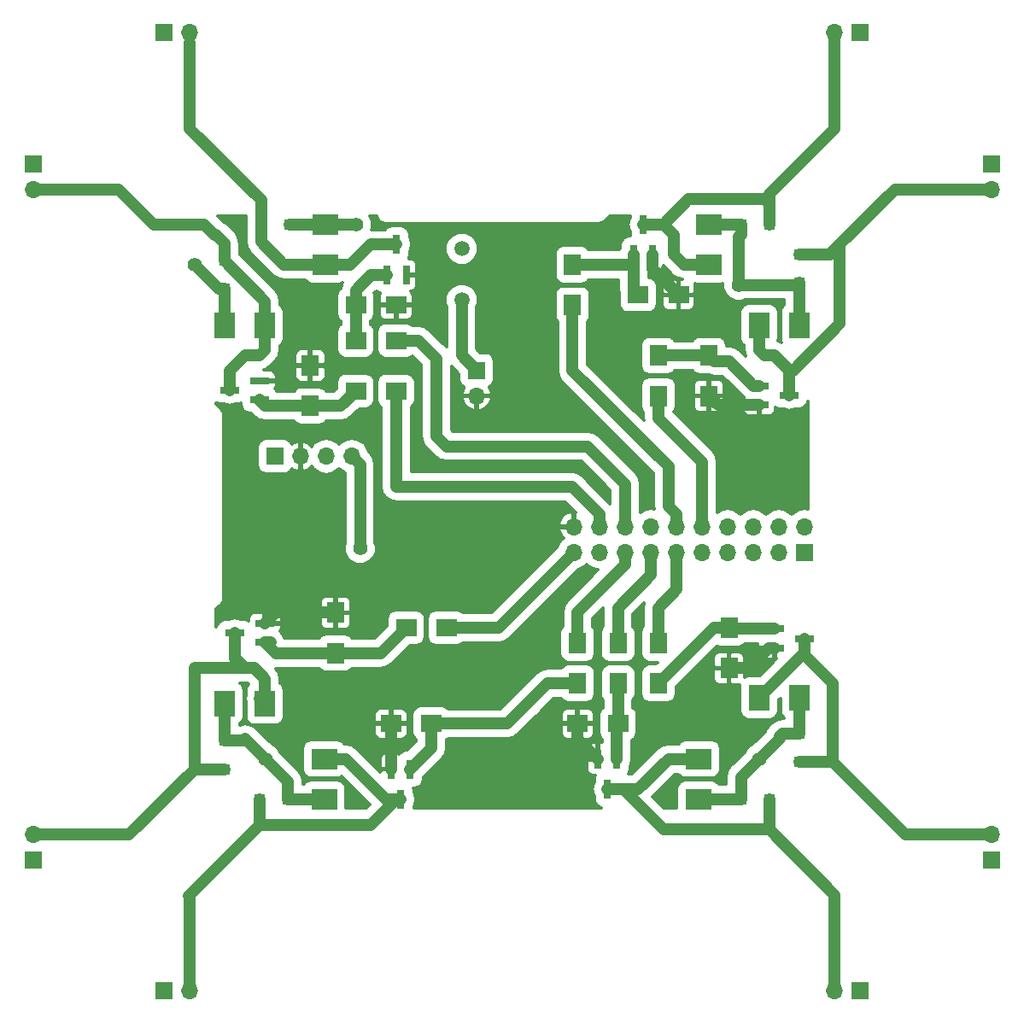
<source format=gbr>
G04 #@! TF.FileFunction,Copper,L1,Top,Signal*
%FSLAX45Y45*%
G04 Gerber Fmt 4.5, Leading zero omitted, Abs format (unit mm)*
G04 Created by KiCad (PCBNEW 4.0.1-stable) date 2017/05/05 18:15:20*
%MOMM*%
G01*
G04 APERTURE LIST*
%ADD10C,0.100000*%
%ADD11R,2.000000X2.500000*%
%ADD12R,2.500000X2.000000*%
%ADD13R,1.100000X1.100000*%
%ADD14C,1.501140*%
%ADD15R,1.700000X1.700000*%
%ADD16O,1.700000X1.700000*%
%ADD17R,1.900000X0.800000*%
%ADD18R,0.800000X1.900000*%
%ADD19R,2.000000X1.700000*%
%ADD20R,1.700000X2.000000*%
%ADD21C,1.400000*%
%ADD22C,0.889000*%
%ADD23C,1.200000*%
%ADD24C,0.350000*%
G04 APERTURE END LIST*
D10*
D11*
X3300000Y-8050000D03*
X3700000Y-8050000D03*
D12*
X4288000Y-9000000D03*
X4288000Y-8600000D03*
D11*
X9000000Y-7993000D03*
X8600000Y-7993000D03*
D12*
X8000000Y-9000000D03*
X8000000Y-8600000D03*
D11*
X3300000Y-4300000D03*
X3700000Y-4300000D03*
D12*
X4300000Y-3300000D03*
X4300000Y-3700000D03*
D11*
X9000000Y-4300000D03*
X8600000Y-4300000D03*
D12*
X8100000Y-3300000D03*
X8100000Y-3700000D03*
D13*
X3300000Y-8420000D03*
X3300000Y-8700000D03*
X3930000Y-9000000D03*
X3650000Y-9000000D03*
X9000000Y-8350000D03*
X9000000Y-8630000D03*
X8420000Y-9000000D03*
X8700000Y-9000000D03*
X3300000Y-3940000D03*
X3300000Y-3660000D03*
X3940000Y-3300000D03*
X3660000Y-3300000D03*
X9000000Y-3880000D03*
X9000000Y-3600000D03*
X8420000Y-3300000D03*
X8700000Y-3300000D03*
D14*
X5650000Y-4050000D03*
X5651016Y-3542000D03*
D15*
X1400000Y-9600000D03*
D16*
X1400000Y-9346000D03*
D15*
X2700000Y-10900000D03*
D16*
X2954000Y-10900000D03*
D15*
X10900000Y-9600000D03*
D16*
X10900000Y-9346000D03*
D15*
X9600000Y-10900000D03*
D16*
X9346000Y-10900000D03*
D15*
X1400000Y-2700000D03*
D16*
X1400000Y-2954000D03*
D15*
X2700000Y-1400000D03*
D16*
X2954000Y-1400000D03*
D15*
X10900000Y-2700000D03*
D16*
X10900000Y-2954000D03*
D15*
X9600000Y-1400000D03*
D16*
X9346000Y-1400000D03*
D15*
X5800000Y-4746000D03*
D16*
X5800000Y-5000000D03*
D17*
X3700000Y-7445000D03*
X3700000Y-7255000D03*
X3400000Y-7350000D03*
D18*
X5140000Y-8700000D03*
X4950000Y-8700000D03*
X5045000Y-9000000D03*
D17*
X8750000Y-7310000D03*
X8750000Y-7500000D03*
X9050000Y-7405000D03*
D18*
X7190000Y-8600000D03*
X7000000Y-8600000D03*
X7095000Y-8900000D03*
D17*
X3650000Y-5040000D03*
X3650000Y-4850000D03*
X3350000Y-4945000D03*
D18*
X4910000Y-3800000D03*
X5100000Y-3800000D03*
X5005000Y-3500000D03*
D17*
X8600000Y-4900000D03*
X8600000Y-5090000D03*
X8900000Y-4995000D03*
D18*
X7355000Y-3600000D03*
X7545000Y-3600000D03*
X7450000Y-3300000D03*
D19*
X5100000Y-7300000D03*
X5500000Y-7300000D03*
D20*
X6800000Y-7850000D03*
X6800000Y-7450000D03*
X7600000Y-7850000D03*
X7600000Y-7450000D03*
X7200000Y-7850000D03*
X7200000Y-7450000D03*
D19*
X4600000Y-4950000D03*
X5000000Y-4950000D03*
X4600000Y-4450000D03*
X5000000Y-4450000D03*
D20*
X7600000Y-4600000D03*
X7600000Y-5000000D03*
X6750000Y-3700000D03*
X6750000Y-4100000D03*
X4400000Y-7550000D03*
X4400000Y-7150000D03*
D19*
X5350000Y-8250000D03*
X4950000Y-8250000D03*
D20*
X8300000Y-7300000D03*
X8300000Y-7700000D03*
D19*
X7200000Y-8250000D03*
X6800000Y-8250000D03*
D20*
X4150000Y-5100000D03*
X4150000Y-4700000D03*
D19*
X4600000Y-4100000D03*
X5000000Y-4100000D03*
D20*
X8100000Y-4600000D03*
X8100000Y-5000000D03*
D19*
X7400000Y-4000000D03*
X7800000Y-4000000D03*
D15*
X3800000Y-5600000D03*
D16*
X4054000Y-5600000D03*
X4308000Y-5600000D03*
X4562000Y-5600000D03*
D15*
X9050000Y-6550000D03*
D16*
X9050000Y-6296000D03*
X8796000Y-6550000D03*
X8796000Y-6296000D03*
X8542000Y-6550000D03*
X8542000Y-6296000D03*
X8288000Y-6550000D03*
X8288000Y-6296000D03*
X8034000Y-6550000D03*
X8034000Y-6296000D03*
X7780000Y-6550000D03*
X7780000Y-6296000D03*
X7526000Y-6550000D03*
X7526000Y-6296000D03*
X7272000Y-6550000D03*
X7272000Y-6296000D03*
X7018000Y-6550000D03*
X7018000Y-6296000D03*
X6764000Y-6550000D03*
X6764000Y-6296000D03*
D21*
X8400000Y-3900000D03*
X3000000Y-3700000D03*
X4600000Y-3300000D03*
X3705000Y-8600000D03*
X8600000Y-8600000D03*
D22*
X7800000Y-4350000D03*
D21*
X4643000Y-6514000D03*
D23*
X3300000Y-3940000D02*
X3240000Y-3940000D01*
X3240000Y-3940000D02*
X3000000Y-3700000D01*
X4300000Y-3300000D02*
X4600000Y-3300000D01*
X3705000Y-8600000D02*
X3505000Y-8400000D01*
X3930000Y-8825000D02*
X3705000Y-8600000D01*
X8600000Y-8600000D02*
X8420000Y-8780000D01*
X8800000Y-8400000D02*
X8600000Y-8600000D01*
X8420000Y-3300000D02*
X8420000Y-3400000D01*
X8400000Y-3420000D02*
X8420000Y-3400000D01*
X8400000Y-3900000D02*
X8400000Y-3420000D01*
X8980000Y-3900000D02*
X8400000Y-3900000D01*
X3505000Y-8400000D02*
X3485000Y-8420000D01*
X3485000Y-8420000D02*
X3300000Y-8420000D01*
X3930000Y-9000000D02*
X3930000Y-8825000D01*
X8420000Y-8780000D02*
X8420000Y-9000000D01*
X8800000Y-8375000D02*
X8800000Y-8400000D01*
X9000000Y-8350000D02*
X8825000Y-8350000D01*
X8825000Y-8350000D02*
X8800000Y-8375000D01*
X8980000Y-3900000D02*
X9000000Y-3880000D01*
X9000000Y-8350000D02*
X9000000Y-7993000D01*
X8000000Y-9000000D02*
X8420000Y-9000000D01*
X3300000Y-8420000D02*
X3300000Y-8050000D01*
X3930000Y-9000000D02*
X4288000Y-9000000D01*
X9000000Y-3880000D02*
X9000000Y-4300000D01*
X8420000Y-3300000D02*
X8100000Y-3300000D01*
X3940000Y-3300000D02*
X4300000Y-3300000D01*
X3300000Y-4300000D02*
X3300000Y-3940000D01*
X6800000Y-8250000D02*
X6800000Y-8400000D01*
X6800000Y-8400000D02*
X7000000Y-8600000D01*
X8495000Y-7700000D02*
X8300000Y-7700000D01*
X8750000Y-7500000D02*
X8695000Y-7500000D01*
X8695000Y-7500000D02*
X8495000Y-7700000D01*
X4400000Y-7150000D02*
X3805000Y-7150000D01*
X3805000Y-7150000D02*
X3700000Y-7255000D01*
X4950000Y-8700000D02*
X4950000Y-8250000D01*
X4950000Y-8700000D02*
X4950000Y-8645000D01*
X8600000Y-5090000D02*
X8190000Y-5090000D01*
X8190000Y-5090000D02*
X8100000Y-5000000D01*
X7545000Y-3745000D02*
X7800000Y-4000000D01*
X7545000Y-3600000D02*
X7545000Y-3745000D01*
X1400000Y-9346000D02*
X2354000Y-9346000D01*
X2354000Y-9346000D02*
X3000000Y-8700000D01*
X3000000Y-7700000D02*
X3000000Y-8700000D01*
X3500000Y-7700000D02*
X3000000Y-7700000D01*
X3500000Y-7700000D02*
X3595000Y-7700000D01*
X3595000Y-7700000D02*
X3700000Y-7805000D01*
X3700000Y-7805000D02*
X3700000Y-8050000D01*
X3400000Y-7600000D02*
X3400000Y-7350000D01*
X3400000Y-7600000D02*
X3500000Y-7700000D01*
X3000000Y-8700000D02*
X3300000Y-8700000D01*
X3650000Y-8000000D02*
X3700000Y-8050000D01*
X2954000Y-10900000D02*
X2954000Y-9973178D01*
X2954000Y-9973178D02*
X2940411Y-9959589D01*
X4900000Y-9000000D02*
X5000000Y-9000000D01*
X5000000Y-9000000D02*
X5045000Y-9000000D01*
X3650000Y-9250000D02*
X4750000Y-9250000D01*
X4750000Y-9250000D02*
X5000000Y-9000000D01*
X2940411Y-9959589D02*
X3650000Y-9250000D01*
X3650000Y-9250000D02*
X3650000Y-9000000D01*
X4500000Y-8600000D02*
X4900000Y-9000000D01*
X4288000Y-8600000D02*
X4500000Y-8600000D01*
X10700000Y-9346000D02*
X10900000Y-9346000D01*
X10046000Y-9346000D02*
X10700000Y-9346000D01*
X9330000Y-8630000D02*
X9330000Y-7845000D01*
X9330000Y-7845000D02*
X9050000Y-7565000D01*
X9050000Y-7565000D02*
X9050000Y-7405000D01*
X10046000Y-9346000D02*
X9330000Y-8630000D01*
X9330000Y-8630000D02*
X9000000Y-8630000D01*
X8600000Y-7993000D02*
X9050000Y-7543000D01*
X9050000Y-7543000D02*
X9050000Y-7405000D01*
X9346000Y-10700000D02*
X9346000Y-10900000D01*
X9346000Y-9946000D02*
X9346000Y-10700000D01*
X8700000Y-9300000D02*
X7655000Y-9300000D01*
X7655000Y-9300000D02*
X7255000Y-8900000D01*
X7255000Y-8900000D02*
X7095000Y-8900000D01*
X8700000Y-9300000D02*
X8700000Y-9000000D01*
X9346000Y-9946000D02*
X8700000Y-9300000D01*
X8000000Y-8600000D02*
X7700000Y-8600000D01*
X7700000Y-8600000D02*
X7400000Y-8900000D01*
X7400000Y-8900000D02*
X7095000Y-8900000D01*
X1450000Y-2954000D02*
X2254000Y-2954000D01*
X3100000Y-3300000D02*
X3200000Y-3400000D01*
X2254000Y-2954000D02*
X2600000Y-3300000D01*
X2600000Y-3300000D02*
X3100000Y-3300000D01*
X3200000Y-3400000D02*
X3215000Y-3400000D01*
X3215000Y-3400000D02*
X3300000Y-3485000D01*
X3300000Y-3485000D02*
X3300000Y-3660000D01*
X3700000Y-4300000D02*
X3700000Y-4060000D01*
X3700000Y-4060000D02*
X3300000Y-3660000D01*
X3350000Y-4945000D02*
X3350000Y-4750000D01*
X3645000Y-4600000D02*
X3500000Y-4600000D01*
X3350000Y-4750000D02*
X3500000Y-4600000D01*
X3700000Y-4300000D02*
X3700000Y-4545000D01*
X3700000Y-4545000D02*
X3645000Y-4600000D01*
X2954000Y-1600000D02*
X2954000Y-1500000D01*
X2954000Y-1600000D02*
X2954000Y-2354000D01*
X2954000Y-2354000D02*
X3660000Y-3060000D01*
X3660000Y-3060000D02*
X3660000Y-3300000D01*
X5000000Y-3500000D02*
X5005000Y-3500000D01*
X4745000Y-3500000D02*
X5000000Y-3500000D01*
X4300000Y-3700000D02*
X4545000Y-3700000D01*
X4545000Y-3700000D02*
X4745000Y-3500000D01*
X3885000Y-3700000D02*
X4300000Y-3700000D01*
X3660000Y-3300000D02*
X3660000Y-3475000D01*
X3660000Y-3475000D02*
X3885000Y-3700000D01*
X10600000Y-2954000D02*
X10700000Y-2954000D01*
X9946000Y-2954000D02*
X10600000Y-2954000D01*
X10600000Y-2954000D02*
X10900000Y-2954000D01*
X9946000Y-2954000D02*
X9400000Y-3500000D01*
X9400000Y-3500000D02*
X9300000Y-3600000D01*
X9400000Y-4287000D02*
X9400000Y-3500000D01*
X8900000Y-4750000D02*
X8937000Y-4750000D01*
X8937000Y-4750000D02*
X9400000Y-4287000D01*
X9300000Y-3600000D02*
X9000000Y-3600000D01*
X8900000Y-4995000D02*
X8900000Y-4750000D01*
X8900000Y-4750000D02*
X8750000Y-4600000D01*
X8750000Y-4600000D02*
X8655000Y-4600000D01*
X8655000Y-4600000D02*
X8600000Y-4545000D01*
X8600000Y-4545000D02*
X8600000Y-4300000D01*
X9346000Y-1600000D02*
X9346000Y-1400000D01*
X9346000Y-2354000D02*
X9346000Y-1600000D01*
X7650000Y-3300000D02*
X7900000Y-3050000D01*
X8700000Y-3000000D02*
X8700000Y-3100000D01*
X8700000Y-3100000D02*
X8700000Y-3300000D01*
X7900000Y-3050000D02*
X8650000Y-3050000D01*
X8650000Y-3050000D02*
X8700000Y-3100000D01*
X9346000Y-2354000D02*
X8700000Y-3000000D01*
X7750000Y-3595000D02*
X7750000Y-3400000D01*
X7450000Y-3300000D02*
X7650000Y-3300000D01*
X7650000Y-3300000D02*
X7750000Y-3400000D01*
X8100000Y-3700000D02*
X7855000Y-3700000D01*
X7855000Y-3700000D02*
X7750000Y-3595000D01*
X5650000Y-4050000D02*
X5650000Y-4596000D01*
X5650000Y-4596000D02*
X5800000Y-4746000D01*
X8550000Y-6558000D02*
X8542000Y-6550000D01*
X4643000Y-6514000D02*
X4643000Y-5681000D01*
X4643000Y-5681000D02*
X4562000Y-5600000D01*
X7600000Y-5000000D02*
X7600000Y-5220000D01*
X7600000Y-5220000D02*
X8034000Y-5654000D01*
X8034000Y-5654000D02*
X8034000Y-6296000D01*
X7780000Y-6920000D02*
X7600000Y-7100000D01*
X7600000Y-7100000D02*
X7600000Y-7450000D01*
X7780000Y-6550000D02*
X7780000Y-6920000D01*
X6750000Y-4750000D02*
X6750000Y-4100000D01*
X7700000Y-5700000D02*
X6750000Y-4750000D01*
X7700000Y-6095792D02*
X7700000Y-5700000D01*
X7780000Y-6296000D02*
X7780000Y-6175792D01*
X7780000Y-6175792D02*
X7700000Y-6095792D01*
X7200000Y-7100000D02*
X7200000Y-7450000D01*
X7526000Y-6774000D02*
X7200000Y-7100000D01*
X7526000Y-6550000D02*
X7526000Y-6774000D01*
X7226000Y-7424000D02*
X7200000Y-7450000D01*
X6800000Y-7142208D02*
X6800000Y-7450000D01*
X7272000Y-6550000D02*
X7272000Y-6670208D01*
X7272000Y-6670208D02*
X6800000Y-7142208D01*
X6900000Y-5500000D02*
X7272000Y-5872000D01*
X7272000Y-5872000D02*
X7272000Y-6296000D01*
X5500000Y-5500000D02*
X6900000Y-5500000D01*
X5400000Y-5400000D02*
X5500000Y-5500000D01*
X5400000Y-4630000D02*
X5400000Y-5400000D01*
X5000000Y-4450000D02*
X5220000Y-4450000D01*
X5220000Y-4450000D02*
X5400000Y-4630000D01*
X5000000Y-4950000D02*
X5000000Y-5900000D01*
X7018000Y-6175792D02*
X7018000Y-6296000D01*
X5000000Y-5900000D02*
X6742208Y-5900000D01*
X6742208Y-5900000D02*
X7018000Y-6175792D01*
X5500000Y-7300000D02*
X6014000Y-7300000D01*
X6014000Y-7300000D02*
X6764000Y-6550000D01*
X4400000Y-7550000D02*
X4850000Y-7550000D01*
X4850000Y-7550000D02*
X5100000Y-7300000D01*
X4400000Y-7550000D02*
X3805000Y-7550000D01*
X3805000Y-7550000D02*
X3700000Y-7445000D01*
X3700000Y-7445000D02*
X3755000Y-7445000D01*
X6800000Y-7850000D02*
X6500000Y-7850000D01*
X6500000Y-7850000D02*
X6100000Y-8250000D01*
X6100000Y-8250000D02*
X5350000Y-8250000D01*
X5350000Y-8250000D02*
X5350000Y-8490000D01*
X5350000Y-8490000D02*
X5140000Y-8700000D01*
X8300000Y-7300000D02*
X8150000Y-7300000D01*
X8150000Y-7300000D02*
X7600000Y-7850000D01*
X8750000Y-7310000D02*
X8310000Y-7310000D01*
X8310000Y-7310000D02*
X8300000Y-7300000D01*
X7200000Y-8250000D02*
X7200000Y-7850000D01*
X7190000Y-8600000D02*
X7190000Y-8260000D01*
X7190000Y-8260000D02*
X7200000Y-8250000D01*
X4150000Y-5100000D02*
X4450000Y-5100000D01*
X4450000Y-5100000D02*
X4600000Y-4950000D01*
X3650000Y-5040000D02*
X3650000Y-5050000D01*
X3650000Y-5050000D02*
X3700000Y-5100000D01*
X3700000Y-5100000D02*
X4150000Y-5100000D01*
X4600000Y-3950000D02*
X4600000Y-4100000D01*
X4910000Y-3800000D02*
X4750000Y-3800000D01*
X4750000Y-3800000D02*
X4600000Y-3950000D01*
X4600000Y-4100000D02*
X4600000Y-4450000D01*
X8100000Y-4600000D02*
X7600000Y-4600000D01*
X8300000Y-4655000D02*
X8155000Y-4655000D01*
X8155000Y-4655000D02*
X8100000Y-4600000D01*
X8600000Y-4900000D02*
X8545000Y-4900000D01*
X8545000Y-4900000D02*
X8300000Y-4655000D01*
X7355000Y-3600000D02*
X7355000Y-3700000D01*
X7355000Y-3700000D02*
X7355000Y-3955000D01*
X6750000Y-3700000D02*
X7355000Y-3700000D01*
X7355000Y-3955000D02*
X7400000Y-4000000D01*
D24*
G36*
X3509500Y-3475000D02*
X3520956Y-3532594D01*
X3542008Y-3564101D01*
X3553580Y-3581420D01*
X3778580Y-3806419D01*
X3778580Y-3806420D01*
X3799894Y-3820661D01*
X3827406Y-3839044D01*
X3885000Y-3850500D01*
X3885000Y-3850500D01*
X4099953Y-3850500D01*
X4108858Y-3864339D01*
X4139101Y-3885003D01*
X4175000Y-3892273D01*
X4425000Y-3892273D01*
X4458537Y-3885962D01*
X4470334Y-3878372D01*
X4460956Y-3892406D01*
X4451792Y-3938478D01*
X4435661Y-3948858D01*
X4414997Y-3979101D01*
X4407727Y-4015000D01*
X4407727Y-4185000D01*
X4414038Y-4218537D01*
X4433858Y-4249339D01*
X4449500Y-4260027D01*
X4449500Y-4289953D01*
X4435661Y-4298858D01*
X4414997Y-4329101D01*
X4407727Y-4365000D01*
X4407727Y-4535000D01*
X4414038Y-4568537D01*
X4433858Y-4599339D01*
X4464101Y-4620003D01*
X4500000Y-4627273D01*
X4700000Y-4627273D01*
X4733537Y-4620962D01*
X4764339Y-4601142D01*
X4785003Y-4570899D01*
X4792273Y-4535000D01*
X4792273Y-4365000D01*
X4785962Y-4331463D01*
X4766142Y-4300661D01*
X4750500Y-4289973D01*
X4750500Y-4260047D01*
X4764339Y-4251142D01*
X4785003Y-4220899D01*
X4792273Y-4185000D01*
X4792273Y-4124975D01*
X4831700Y-4124975D01*
X4831700Y-4198586D01*
X4842098Y-4223689D01*
X4861311Y-4242902D01*
X4886414Y-4253300D01*
X4975025Y-4253300D01*
X4992100Y-4236225D01*
X4992100Y-4107900D01*
X5007900Y-4107900D01*
X5007900Y-4236225D01*
X5024975Y-4253300D01*
X5113586Y-4253300D01*
X5138689Y-4242902D01*
X5157902Y-4223689D01*
X5168300Y-4198586D01*
X5168300Y-4124975D01*
X5151225Y-4107900D01*
X5007900Y-4107900D01*
X4992100Y-4107900D01*
X4848775Y-4107900D01*
X4831700Y-4124975D01*
X4792273Y-4124975D01*
X4792273Y-4015000D01*
X4785962Y-3981463D01*
X4784167Y-3978672D01*
X4803718Y-3959121D01*
X4803858Y-3959339D01*
X4834101Y-3980003D01*
X4840068Y-3981212D01*
X4831700Y-4001414D01*
X4831700Y-4075025D01*
X4848775Y-4092100D01*
X4992100Y-4092100D01*
X4992100Y-4090100D01*
X5007900Y-4090100D01*
X5007900Y-4092100D01*
X5151225Y-4092100D01*
X5168300Y-4075025D01*
X5168300Y-4001414D01*
X5157902Y-3976311D01*
X5144891Y-3963300D01*
X5153586Y-3963300D01*
X5178689Y-3952902D01*
X5197902Y-3933689D01*
X5208300Y-3908586D01*
X5208300Y-3824975D01*
X5191225Y-3807900D01*
X5107900Y-3807900D01*
X5107900Y-3809900D01*
X5092100Y-3809900D01*
X5092100Y-3807900D01*
X5090100Y-3807900D01*
X5090100Y-3792100D01*
X5092100Y-3792100D01*
X5092100Y-3790100D01*
X5107900Y-3790100D01*
X5107900Y-3792100D01*
X5191225Y-3792100D01*
X5208300Y-3775025D01*
X5208300Y-3691414D01*
X5197902Y-3666311D01*
X5178689Y-3647098D01*
X5153586Y-3636700D01*
X5126040Y-3636700D01*
X5130003Y-3630899D01*
X5137273Y-3595000D01*
X5137273Y-3574787D01*
X5485430Y-3574787D01*
X5510582Y-3635658D01*
X5557113Y-3682271D01*
X5617940Y-3707528D01*
X5683803Y-3707586D01*
X5744674Y-3682434D01*
X5791287Y-3635903D01*
X5816544Y-3575076D01*
X5816602Y-3509213D01*
X5791450Y-3448342D01*
X5744919Y-3401729D01*
X5684092Y-3376472D01*
X5618229Y-3376414D01*
X5557358Y-3401566D01*
X5510745Y-3448097D01*
X5485488Y-3508924D01*
X5485430Y-3574787D01*
X5137273Y-3574787D01*
X5137273Y-3567727D01*
X5144044Y-3557594D01*
X5155500Y-3500000D01*
X5144044Y-3442406D01*
X5137273Y-3432273D01*
X5137273Y-3405000D01*
X5130962Y-3371463D01*
X5111142Y-3340661D01*
X5080899Y-3319997D01*
X5045000Y-3312727D01*
X4965000Y-3312727D01*
X4931463Y-3319038D01*
X4900661Y-3338858D01*
X4893390Y-3349500D01*
X4753233Y-3349500D01*
X4760472Y-3332065D01*
X4760528Y-3268215D01*
X4739573Y-3217500D01*
X4807981Y-3217500D01*
X4811770Y-3236546D01*
X4832471Y-3267529D01*
X4863454Y-3288230D01*
X4900000Y-3295500D01*
X7000000Y-3295500D01*
X7036546Y-3288230D01*
X7067529Y-3267529D01*
X7117557Y-3217500D01*
X7317727Y-3217500D01*
X7317727Y-3232273D01*
X7310956Y-3242406D01*
X7299500Y-3300000D01*
X7310956Y-3357594D01*
X7317727Y-3367727D01*
X7317727Y-3395000D01*
X7321063Y-3412727D01*
X7315000Y-3412727D01*
X7281463Y-3419038D01*
X7250661Y-3438858D01*
X7229997Y-3469101D01*
X7222727Y-3505000D01*
X7222727Y-3532273D01*
X7215956Y-3542406D01*
X7214545Y-3549500D01*
X6910047Y-3549500D01*
X6901142Y-3535661D01*
X6870899Y-3514997D01*
X6835000Y-3507727D01*
X6665000Y-3507727D01*
X6631463Y-3514038D01*
X6600661Y-3533858D01*
X6579997Y-3564101D01*
X6572727Y-3600000D01*
X6572727Y-3800000D01*
X6579038Y-3833537D01*
X6598858Y-3864339D01*
X6629101Y-3885003D01*
X6665000Y-3892273D01*
X6835000Y-3892273D01*
X6868537Y-3885962D01*
X6899339Y-3866142D01*
X6910027Y-3850500D01*
X7204500Y-3850500D01*
X7204500Y-3955000D01*
X7207727Y-3971224D01*
X7207727Y-4085000D01*
X7214038Y-4118537D01*
X7233858Y-4149339D01*
X7264101Y-4170003D01*
X7300000Y-4177273D01*
X7500000Y-4177273D01*
X7533537Y-4170962D01*
X7564339Y-4151142D01*
X7585003Y-4120899D01*
X7592273Y-4085000D01*
X7592273Y-4024975D01*
X7631700Y-4024975D01*
X7631700Y-4098586D01*
X7642098Y-4123689D01*
X7661311Y-4142902D01*
X7686414Y-4153300D01*
X7775025Y-4153300D01*
X7792100Y-4136225D01*
X7792100Y-4007900D01*
X7807900Y-4007900D01*
X7807900Y-4136225D01*
X7824975Y-4153300D01*
X7913586Y-4153300D01*
X7938689Y-4142902D01*
X7957902Y-4123689D01*
X7968300Y-4098586D01*
X7968300Y-4024975D01*
X7951225Y-4007900D01*
X7807900Y-4007900D01*
X7792100Y-4007900D01*
X7648775Y-4007900D01*
X7631700Y-4024975D01*
X7592273Y-4024975D01*
X7592273Y-3915000D01*
X7589717Y-3901414D01*
X7631700Y-3901414D01*
X7631700Y-3975025D01*
X7648775Y-3992100D01*
X7792100Y-3992100D01*
X7792100Y-3863775D01*
X7775025Y-3846700D01*
X7686414Y-3846700D01*
X7661311Y-3857098D01*
X7642098Y-3876311D01*
X7631700Y-3901414D01*
X7589717Y-3901414D01*
X7585962Y-3881463D01*
X7566142Y-3850661D01*
X7535899Y-3829997D01*
X7505500Y-3823841D01*
X7505500Y-3763300D01*
X7520025Y-3763300D01*
X7537100Y-3746225D01*
X7537100Y-3607900D01*
X7535100Y-3607900D01*
X7535100Y-3592100D01*
X7537100Y-3592100D01*
X7537100Y-3590100D01*
X7552900Y-3590100D01*
X7552900Y-3592100D01*
X7554900Y-3592100D01*
X7554900Y-3607900D01*
X7552900Y-3607900D01*
X7552900Y-3746225D01*
X7569975Y-3763300D01*
X7598586Y-3763300D01*
X7623689Y-3752902D01*
X7642902Y-3733689D01*
X7652552Y-3710391D01*
X7748580Y-3806420D01*
X7797406Y-3839044D01*
X7835896Y-3846700D01*
X7824975Y-3846700D01*
X7807900Y-3863775D01*
X7807900Y-3992100D01*
X7951225Y-3992100D01*
X7968300Y-3975025D01*
X7968300Y-3901414D01*
X7963553Y-3889955D01*
X7975000Y-3892273D01*
X8225000Y-3892273D01*
X8239509Y-3889543D01*
X8239472Y-3931785D01*
X8263855Y-3990797D01*
X8308965Y-4035986D01*
X8367934Y-4060472D01*
X8431785Y-4060528D01*
X8456055Y-4050500D01*
X8849500Y-4050500D01*
X8849500Y-4099953D01*
X8835661Y-4108858D01*
X8814997Y-4139101D01*
X8807727Y-4175000D01*
X8807727Y-4425000D01*
X8814038Y-4458537D01*
X8821628Y-4470334D01*
X8807594Y-4460956D01*
X8785867Y-4456634D01*
X8792273Y-4425000D01*
X8792273Y-4175000D01*
X8785962Y-4141463D01*
X8766142Y-4110661D01*
X8735899Y-4089997D01*
X8700000Y-4082727D01*
X8500000Y-4082727D01*
X8466463Y-4089038D01*
X8435661Y-4108858D01*
X8414997Y-4139101D01*
X8407727Y-4175000D01*
X8407727Y-4425000D01*
X8414038Y-4458537D01*
X8433858Y-4489339D01*
X8449500Y-4500027D01*
X8449500Y-4545000D01*
X8460956Y-4602594D01*
X8462009Y-4604170D01*
X8406420Y-4548580D01*
X8357594Y-4515956D01*
X8300000Y-4504500D01*
X8277273Y-4504500D01*
X8277273Y-4500000D01*
X8270962Y-4466463D01*
X8251142Y-4435661D01*
X8220899Y-4414997D01*
X8185000Y-4407727D01*
X8015000Y-4407727D01*
X7981463Y-4414038D01*
X7950661Y-4433858D01*
X7939973Y-4449500D01*
X7760047Y-4449500D01*
X7751142Y-4435661D01*
X7720899Y-4414997D01*
X7685000Y-4407727D01*
X7515000Y-4407727D01*
X7481463Y-4414038D01*
X7450661Y-4433858D01*
X7429997Y-4464101D01*
X7422727Y-4500000D01*
X7422727Y-4700000D01*
X7429038Y-4733537D01*
X7448858Y-4764339D01*
X7479101Y-4785003D01*
X7515000Y-4792273D01*
X7685000Y-4792273D01*
X7718537Y-4785962D01*
X7749339Y-4766142D01*
X7760027Y-4750500D01*
X7939953Y-4750500D01*
X7948858Y-4764339D01*
X7979101Y-4785003D01*
X8015000Y-4792273D01*
X8094756Y-4792273D01*
X8097406Y-4794044D01*
X8155000Y-4805500D01*
X8237661Y-4805500D01*
X8438580Y-5006420D01*
X8446839Y-5011938D01*
X8436700Y-5036414D01*
X8436700Y-5065025D01*
X8453775Y-5082100D01*
X8592100Y-5082100D01*
X8592100Y-5080100D01*
X8607900Y-5080100D01*
X8607900Y-5082100D01*
X8609900Y-5082100D01*
X8609900Y-5097900D01*
X8607900Y-5097900D01*
X8607900Y-5181225D01*
X8624975Y-5198300D01*
X8708586Y-5198300D01*
X8733689Y-5187902D01*
X8752902Y-5168689D01*
X8763300Y-5143586D01*
X8763300Y-5116040D01*
X8769101Y-5120003D01*
X8805000Y-5127273D01*
X8832273Y-5127273D01*
X8842406Y-5134044D01*
X8900000Y-5145500D01*
X8957594Y-5134044D01*
X8967727Y-5127273D01*
X8995000Y-5127273D01*
X9028537Y-5120962D01*
X9059339Y-5101142D01*
X9080003Y-5070899D01*
X9082500Y-5058569D01*
X9082500Y-6123526D01*
X9050000Y-6117062D01*
X8982839Y-6130421D01*
X8925903Y-6168465D01*
X8923000Y-6172809D01*
X8920097Y-6168465D01*
X8863161Y-6130421D01*
X8796000Y-6117062D01*
X8728839Y-6130421D01*
X8671903Y-6168465D01*
X8669000Y-6172809D01*
X8666097Y-6168465D01*
X8609161Y-6130421D01*
X8542000Y-6117062D01*
X8474839Y-6130421D01*
X8417903Y-6168465D01*
X8415000Y-6172809D01*
X8412097Y-6168465D01*
X8355161Y-6130421D01*
X8288000Y-6117062D01*
X8220839Y-6130421D01*
X8184500Y-6154702D01*
X8184500Y-5654000D01*
X8184500Y-5654000D01*
X8173044Y-5596406D01*
X8173044Y-5596406D01*
X8140420Y-5547580D01*
X7753253Y-5160414D01*
X7770003Y-5135899D01*
X7777273Y-5100000D01*
X7777273Y-5024975D01*
X7946700Y-5024975D01*
X7946700Y-5113586D01*
X7957098Y-5138689D01*
X7976311Y-5157902D01*
X8001414Y-5168300D01*
X8075025Y-5168300D01*
X8092100Y-5151225D01*
X8092100Y-5007900D01*
X8107900Y-5007900D01*
X8107900Y-5151225D01*
X8124975Y-5168300D01*
X8198586Y-5168300D01*
X8223689Y-5157902D01*
X8242902Y-5138689D01*
X8252724Y-5114975D01*
X8436700Y-5114975D01*
X8436700Y-5143586D01*
X8447098Y-5168689D01*
X8466311Y-5187902D01*
X8491414Y-5198300D01*
X8575025Y-5198300D01*
X8592100Y-5181225D01*
X8592100Y-5097900D01*
X8453775Y-5097900D01*
X8436700Y-5114975D01*
X8252724Y-5114975D01*
X8253300Y-5113586D01*
X8253300Y-5024975D01*
X8236225Y-5007900D01*
X8107900Y-5007900D01*
X8092100Y-5007900D01*
X7963775Y-5007900D01*
X7946700Y-5024975D01*
X7777273Y-5024975D01*
X7777273Y-4900000D01*
X7774717Y-4886414D01*
X7946700Y-4886414D01*
X7946700Y-4975025D01*
X7963775Y-4992100D01*
X8092100Y-4992100D01*
X8092100Y-4848775D01*
X8107900Y-4848775D01*
X8107900Y-4992100D01*
X8236225Y-4992100D01*
X8253300Y-4975025D01*
X8253300Y-4886414D01*
X8242902Y-4861311D01*
X8223689Y-4842098D01*
X8198586Y-4831700D01*
X8124975Y-4831700D01*
X8107900Y-4848775D01*
X8092100Y-4848775D01*
X8075025Y-4831700D01*
X8001414Y-4831700D01*
X7976311Y-4842098D01*
X7957098Y-4861311D01*
X7946700Y-4886414D01*
X7774717Y-4886414D01*
X7770962Y-4866463D01*
X7751142Y-4835661D01*
X7720899Y-4814997D01*
X7685000Y-4807727D01*
X7515000Y-4807727D01*
X7481463Y-4814038D01*
X7450661Y-4833858D01*
X7429997Y-4864101D01*
X7422727Y-4900000D01*
X7422727Y-5100000D01*
X7429038Y-5133537D01*
X7448858Y-5164339D01*
X7449500Y-5164778D01*
X7449500Y-5220000D01*
X7453637Y-5240798D01*
X6900500Y-4687661D01*
X6900500Y-4264443D01*
X6920003Y-4235899D01*
X6927273Y-4200000D01*
X6927273Y-4000000D01*
X6920962Y-3966463D01*
X6901142Y-3935661D01*
X6870899Y-3914997D01*
X6835000Y-3907727D01*
X6665000Y-3907727D01*
X6631463Y-3914038D01*
X6600661Y-3933858D01*
X6579997Y-3964101D01*
X6572727Y-4000000D01*
X6572727Y-4200000D01*
X6579038Y-4233537D01*
X6598858Y-4264339D01*
X6599500Y-4264778D01*
X6599500Y-4750000D01*
X6610956Y-4807594D01*
X6638957Y-4849500D01*
X6643580Y-4856420D01*
X7549500Y-5762339D01*
X7549500Y-6095792D01*
X7554873Y-6122805D01*
X7526000Y-6117062D01*
X7458839Y-6130421D01*
X7422500Y-6154702D01*
X7422500Y-5872000D01*
X7411044Y-5814406D01*
X7378420Y-5765580D01*
X7378419Y-5765580D01*
X7006420Y-5393580D01*
X6957594Y-5360956D01*
X6900000Y-5349500D01*
X5562339Y-5349500D01*
X5550500Y-5337661D01*
X5550500Y-5031752D01*
X5650024Y-5031752D01*
X5671498Y-5083597D01*
X5713271Y-5126409D01*
X5768248Y-5149976D01*
X5792100Y-5136022D01*
X5792100Y-5007900D01*
X5807900Y-5007900D01*
X5807900Y-5136022D01*
X5831752Y-5149976D01*
X5886729Y-5126409D01*
X5928501Y-5083597D01*
X5949976Y-5031752D01*
X5935996Y-5007900D01*
X5807900Y-5007900D01*
X5792100Y-5007900D01*
X5664004Y-5007900D01*
X5650024Y-5031752D01*
X5550500Y-5031752D01*
X5550500Y-4709339D01*
X5622727Y-4781566D01*
X5622727Y-4831000D01*
X5629038Y-4864537D01*
X5648858Y-4895339D01*
X5674774Y-4913047D01*
X5671498Y-4916403D01*
X5650024Y-4968248D01*
X5664004Y-4992100D01*
X5792100Y-4992100D01*
X5792100Y-4990100D01*
X5807900Y-4990100D01*
X5807900Y-4992100D01*
X5935996Y-4992100D01*
X5949976Y-4968248D01*
X5928501Y-4916403D01*
X5924993Y-4912808D01*
X5949339Y-4897142D01*
X5970003Y-4866899D01*
X5977273Y-4831000D01*
X5977273Y-4661000D01*
X5970962Y-4627463D01*
X5951142Y-4596661D01*
X5920899Y-4575997D01*
X5885000Y-4568727D01*
X5835566Y-4568727D01*
X5800500Y-4533661D01*
X5800500Y-4119268D01*
X5815528Y-4083076D01*
X5815586Y-4017213D01*
X5790434Y-3956342D01*
X5743903Y-3909729D01*
X5683076Y-3884472D01*
X5617213Y-3884414D01*
X5556342Y-3909566D01*
X5509729Y-3956097D01*
X5484472Y-4016924D01*
X5484414Y-4082787D01*
X5499500Y-4119297D01*
X5499500Y-4516661D01*
X5326420Y-4343580D01*
X5277594Y-4310956D01*
X5220000Y-4299500D01*
X5164443Y-4299500D01*
X5135899Y-4279997D01*
X5100000Y-4272727D01*
X4900000Y-4272727D01*
X4866463Y-4279038D01*
X4835661Y-4298858D01*
X4814997Y-4329101D01*
X4807727Y-4365000D01*
X4807727Y-4535000D01*
X4814038Y-4568537D01*
X4833858Y-4599339D01*
X4864101Y-4620003D01*
X4900000Y-4627273D01*
X5100000Y-4627273D01*
X5133537Y-4620962D01*
X5160666Y-4603505D01*
X5249500Y-4692339D01*
X5249500Y-5400000D01*
X5260956Y-5457594D01*
X5285002Y-5493580D01*
X5293580Y-5506420D01*
X5393580Y-5606419D01*
X5393580Y-5606420D01*
X5426205Y-5628218D01*
X5442406Y-5639044D01*
X5500000Y-5650500D01*
X5500001Y-5650500D01*
X6837661Y-5650500D01*
X7121500Y-5934339D01*
X7121500Y-6066453D01*
X6848628Y-5793580D01*
X6824222Y-5777273D01*
X6799802Y-5760956D01*
X6742208Y-5749500D01*
X5150500Y-5749500D01*
X5150500Y-5110047D01*
X5164339Y-5101142D01*
X5185003Y-5070899D01*
X5192273Y-5035000D01*
X5192273Y-4865000D01*
X5185962Y-4831463D01*
X5166142Y-4800661D01*
X5135899Y-4779997D01*
X5100000Y-4772727D01*
X4900000Y-4772727D01*
X4866463Y-4779038D01*
X4835661Y-4798858D01*
X4814997Y-4829101D01*
X4807727Y-4865000D01*
X4807727Y-5035000D01*
X4814038Y-5068537D01*
X4833858Y-5099339D01*
X4849500Y-5110027D01*
X4849500Y-5900000D01*
X4860956Y-5957594D01*
X4893580Y-6006420D01*
X4942406Y-6039044D01*
X5000000Y-6050500D01*
X6679869Y-6050500D01*
X6782916Y-6153547D01*
X6771900Y-6160004D01*
X6771900Y-6288100D01*
X6773900Y-6288100D01*
X6773900Y-6303900D01*
X6771900Y-6303900D01*
X6771900Y-6305900D01*
X6756100Y-6305900D01*
X6756100Y-6303900D01*
X6627978Y-6303900D01*
X6614024Y-6327752D01*
X6637591Y-6382729D01*
X6662702Y-6407230D01*
X6639903Y-6422465D01*
X6601859Y-6479401D01*
X6596918Y-6504243D01*
X5951661Y-7149500D01*
X5664443Y-7149500D01*
X5635899Y-7129997D01*
X5600000Y-7122727D01*
X5400000Y-7122727D01*
X5366463Y-7129038D01*
X5335661Y-7148858D01*
X5314997Y-7179101D01*
X5307727Y-7215000D01*
X5307727Y-7385000D01*
X5314038Y-7418537D01*
X5333858Y-7449339D01*
X5364101Y-7470003D01*
X5400000Y-7477273D01*
X5600000Y-7477273D01*
X5633537Y-7470962D01*
X5664339Y-7451142D01*
X5664778Y-7450500D01*
X6014000Y-7450500D01*
X6071594Y-7439044D01*
X6120420Y-7406420D01*
X6806319Y-6720520D01*
X6831161Y-6715579D01*
X6888097Y-6677535D01*
X6891000Y-6673191D01*
X6893903Y-6677535D01*
X6950839Y-6715579D01*
X7003346Y-6726023D01*
X6693580Y-7035788D01*
X6660956Y-7084614D01*
X6649500Y-7142208D01*
X6649500Y-7285557D01*
X6629997Y-7314101D01*
X6622727Y-7350000D01*
X6622727Y-7550000D01*
X6629038Y-7583537D01*
X6648858Y-7614339D01*
X6679101Y-7635003D01*
X6715000Y-7642273D01*
X6885000Y-7642273D01*
X6918537Y-7635962D01*
X6949339Y-7616142D01*
X6970003Y-7585899D01*
X6977273Y-7550000D01*
X6977273Y-7350000D01*
X6970962Y-7316463D01*
X6951142Y-7285661D01*
X6950500Y-7285222D01*
X6950500Y-7204547D01*
X7049500Y-7105547D01*
X7049500Y-7285557D01*
X7029997Y-7314101D01*
X7022727Y-7350000D01*
X7022727Y-7550000D01*
X7029038Y-7583537D01*
X7048858Y-7614339D01*
X7079101Y-7635003D01*
X7115000Y-7642273D01*
X7285000Y-7642273D01*
X7318537Y-7635962D01*
X7349339Y-7616142D01*
X7370003Y-7585899D01*
X7377273Y-7550000D01*
X7377273Y-7350000D01*
X7370962Y-7316463D01*
X7351142Y-7285661D01*
X7350500Y-7285222D01*
X7350500Y-7162339D01*
X7458603Y-7054236D01*
X7449500Y-7100000D01*
X7449500Y-7285557D01*
X7429997Y-7314101D01*
X7422727Y-7350000D01*
X7422727Y-7550000D01*
X7429038Y-7583537D01*
X7448858Y-7614339D01*
X7479101Y-7635003D01*
X7515000Y-7642273D01*
X7594888Y-7642273D01*
X7579434Y-7657727D01*
X7515000Y-7657727D01*
X7481463Y-7664038D01*
X7450661Y-7683858D01*
X7429997Y-7714101D01*
X7422727Y-7750000D01*
X7422727Y-7950000D01*
X7429038Y-7983537D01*
X7448858Y-8014339D01*
X7479101Y-8035003D01*
X7515000Y-8042273D01*
X7685000Y-8042273D01*
X7718537Y-8035962D01*
X7749339Y-8016142D01*
X7770003Y-7985899D01*
X7777273Y-7950000D01*
X7777273Y-7885566D01*
X7937864Y-7724975D01*
X8146700Y-7724975D01*
X8146700Y-7813586D01*
X8157098Y-7838689D01*
X8176311Y-7857902D01*
X8201414Y-7868300D01*
X8275025Y-7868300D01*
X8292100Y-7851225D01*
X8292100Y-7707900D01*
X8163775Y-7707900D01*
X8146700Y-7724975D01*
X7937864Y-7724975D01*
X8076425Y-7586414D01*
X8146700Y-7586414D01*
X8146700Y-7675025D01*
X8163775Y-7692100D01*
X8292100Y-7692100D01*
X8292100Y-7548775D01*
X8307900Y-7548775D01*
X8307900Y-7692100D01*
X8436225Y-7692100D01*
X8453300Y-7675025D01*
X8453300Y-7586414D01*
X8442902Y-7561311D01*
X8423689Y-7542098D01*
X8398586Y-7531700D01*
X8324975Y-7531700D01*
X8307900Y-7548775D01*
X8292100Y-7548775D01*
X8275025Y-7531700D01*
X8201414Y-7531700D01*
X8176311Y-7542098D01*
X8157098Y-7561311D01*
X8146700Y-7586414D01*
X8076425Y-7586414D01*
X8137864Y-7524975D01*
X8586700Y-7524975D01*
X8586700Y-7553586D01*
X8597098Y-7578689D01*
X8616311Y-7597902D01*
X8641414Y-7608300D01*
X8725025Y-7608300D01*
X8742100Y-7591225D01*
X8742100Y-7507900D01*
X8603775Y-7507900D01*
X8586700Y-7524975D01*
X8137864Y-7524975D01*
X8178349Y-7484490D01*
X8179101Y-7485003D01*
X8215000Y-7492273D01*
X8385000Y-7492273D01*
X8418537Y-7485962D01*
X8449339Y-7466142D01*
X8453194Y-7460500D01*
X8586700Y-7460500D01*
X8586700Y-7475025D01*
X8603775Y-7492100D01*
X8742100Y-7492100D01*
X8742100Y-7490100D01*
X8757900Y-7490100D01*
X8757900Y-7492100D01*
X8759900Y-7492100D01*
X8759900Y-7507900D01*
X8757900Y-7507900D01*
X8757900Y-7591225D01*
X8773418Y-7606743D01*
X8604434Y-7775727D01*
X8500000Y-7775727D01*
X8466463Y-7782038D01*
X8453300Y-7790508D01*
X8453300Y-7724975D01*
X8436225Y-7707900D01*
X8307900Y-7707900D01*
X8307900Y-7851225D01*
X8324975Y-7868300D01*
X8398586Y-7868300D01*
X8408498Y-7864194D01*
X8407727Y-7868000D01*
X8407727Y-8118000D01*
X8414038Y-8151537D01*
X8433858Y-8182339D01*
X8464101Y-8203003D01*
X8500000Y-8210273D01*
X8700000Y-8210273D01*
X8733537Y-8203962D01*
X8764339Y-8184142D01*
X8785003Y-8153899D01*
X8792273Y-8118000D01*
X8792273Y-8013566D01*
X8807727Y-7998112D01*
X8807727Y-8118000D01*
X8814038Y-8151537D01*
X8833858Y-8182339D01*
X8849500Y-8193027D01*
X8849500Y-8199500D01*
X8825000Y-8199500D01*
X8767406Y-8210956D01*
X8718580Y-8243580D01*
X8718580Y-8243581D01*
X8693580Y-8268580D01*
X8660956Y-8317406D01*
X8658771Y-8328389D01*
X8533236Y-8453925D01*
X8509203Y-8463855D01*
X8464014Y-8508965D01*
X8453944Y-8533217D01*
X8313580Y-8673580D01*
X8280956Y-8722406D01*
X8269500Y-8780000D01*
X8269500Y-8849500D01*
X8200047Y-8849500D01*
X8191142Y-8835661D01*
X8160899Y-8814997D01*
X8125000Y-8807727D01*
X7875000Y-8807727D01*
X7841463Y-8814038D01*
X7810661Y-8833858D01*
X7789997Y-8864101D01*
X7782727Y-8900000D01*
X7782727Y-9082500D01*
X7650339Y-9082500D01*
X7540339Y-8972500D01*
X7762339Y-8750500D01*
X7799953Y-8750500D01*
X7808858Y-8764339D01*
X7839101Y-8785003D01*
X7875000Y-8792273D01*
X8125000Y-8792273D01*
X8158537Y-8785962D01*
X8189339Y-8766142D01*
X8210003Y-8735899D01*
X8217273Y-8700000D01*
X8217273Y-8500000D01*
X8210962Y-8466463D01*
X8191142Y-8435661D01*
X8160899Y-8414997D01*
X8125000Y-8407727D01*
X7875000Y-8407727D01*
X7841463Y-8414038D01*
X7810661Y-8433858D01*
X7799973Y-8449500D01*
X7700000Y-8449500D01*
X7700000Y-8449500D01*
X7651962Y-8459055D01*
X7642406Y-8460956D01*
X7593580Y-8493580D01*
X7593580Y-8493581D01*
X7337661Y-8749500D01*
X7302294Y-8749500D01*
X7315003Y-8730899D01*
X7322273Y-8695000D01*
X7322273Y-8667727D01*
X7329044Y-8657594D01*
X7340500Y-8600000D01*
X7340500Y-8416482D01*
X7364339Y-8401142D01*
X7385003Y-8370899D01*
X7392273Y-8335000D01*
X7392273Y-8165000D01*
X7385962Y-8131463D01*
X7366142Y-8100661D01*
X7350500Y-8089973D01*
X7350500Y-8014443D01*
X7370003Y-7985899D01*
X7377273Y-7950000D01*
X7377273Y-7750000D01*
X7370962Y-7716463D01*
X7351142Y-7685661D01*
X7320899Y-7664997D01*
X7285000Y-7657727D01*
X7115000Y-7657727D01*
X7081463Y-7664038D01*
X7050661Y-7683858D01*
X7029997Y-7714101D01*
X7022727Y-7750000D01*
X7022727Y-7950000D01*
X7029038Y-7983537D01*
X7048858Y-8014339D01*
X7049500Y-8014778D01*
X7049500Y-8089953D01*
X7035661Y-8098858D01*
X7014997Y-8129101D01*
X7007727Y-8165000D01*
X7007727Y-8335000D01*
X7014038Y-8368537D01*
X7033858Y-8399339D01*
X7039500Y-8403194D01*
X7039500Y-8436700D01*
X7024975Y-8436700D01*
X7007900Y-8453775D01*
X7007900Y-8592100D01*
X7009900Y-8592100D01*
X7009900Y-8607900D01*
X7007900Y-8607900D01*
X7007900Y-8609900D01*
X6992100Y-8609900D01*
X6992100Y-8607900D01*
X6908775Y-8607900D01*
X6891700Y-8624975D01*
X6891700Y-8708586D01*
X6902098Y-8733689D01*
X6921311Y-8752902D01*
X6946414Y-8763300D01*
X6973960Y-8763300D01*
X6969997Y-8769101D01*
X6962727Y-8805000D01*
X6962727Y-8832273D01*
X6955956Y-8842406D01*
X6944500Y-8900000D01*
X6955956Y-8957594D01*
X6962727Y-8967727D01*
X6962727Y-8995000D01*
X6969038Y-9028537D01*
X6988858Y-9059339D01*
X7019101Y-9080003D01*
X7031431Y-9082500D01*
X5177273Y-9082500D01*
X5177273Y-9067727D01*
X5184044Y-9057594D01*
X5195500Y-9000000D01*
X5184044Y-8942406D01*
X5177273Y-8932273D01*
X5177273Y-8905000D01*
X5173937Y-8887273D01*
X5180000Y-8887273D01*
X5213537Y-8880962D01*
X5244339Y-8861142D01*
X5265003Y-8830899D01*
X5272273Y-8795000D01*
X5272273Y-8780566D01*
X5456419Y-8596420D01*
X5456420Y-8596420D01*
X5489044Y-8547594D01*
X5500219Y-8491414D01*
X6891700Y-8491414D01*
X6891700Y-8575025D01*
X6908775Y-8592100D01*
X6992100Y-8592100D01*
X6992100Y-8453775D01*
X6975025Y-8436700D01*
X6946414Y-8436700D01*
X6921311Y-8447098D01*
X6902098Y-8466311D01*
X6891700Y-8491414D01*
X5500219Y-8491414D01*
X5500500Y-8490000D01*
X5500500Y-8410047D01*
X5514339Y-8401142D01*
X5514778Y-8400500D01*
X6100000Y-8400500D01*
X6157594Y-8389044D01*
X6206420Y-8356420D01*
X6287864Y-8274975D01*
X6631700Y-8274975D01*
X6631700Y-8348586D01*
X6642098Y-8373689D01*
X6661311Y-8392902D01*
X6686414Y-8403300D01*
X6775025Y-8403300D01*
X6792100Y-8386225D01*
X6792100Y-8257900D01*
X6807900Y-8257900D01*
X6807900Y-8386225D01*
X6824975Y-8403300D01*
X6913586Y-8403300D01*
X6938689Y-8392902D01*
X6957902Y-8373689D01*
X6968300Y-8348586D01*
X6968300Y-8274975D01*
X6951225Y-8257900D01*
X6807900Y-8257900D01*
X6792100Y-8257900D01*
X6648775Y-8257900D01*
X6631700Y-8274975D01*
X6287864Y-8274975D01*
X6411425Y-8151414D01*
X6631700Y-8151414D01*
X6631700Y-8225025D01*
X6648775Y-8242100D01*
X6792100Y-8242100D01*
X6792100Y-8113775D01*
X6807900Y-8113775D01*
X6807900Y-8242100D01*
X6951225Y-8242100D01*
X6968300Y-8225025D01*
X6968300Y-8151414D01*
X6957902Y-8126311D01*
X6938689Y-8107098D01*
X6913586Y-8096700D01*
X6824975Y-8096700D01*
X6807900Y-8113775D01*
X6792100Y-8113775D01*
X6775025Y-8096700D01*
X6686414Y-8096700D01*
X6661311Y-8107098D01*
X6642098Y-8126311D01*
X6631700Y-8151414D01*
X6411425Y-8151414D01*
X6562339Y-8000500D01*
X6639953Y-8000500D01*
X6648858Y-8014339D01*
X6679101Y-8035003D01*
X6715000Y-8042273D01*
X6885000Y-8042273D01*
X6918537Y-8035962D01*
X6949339Y-8016142D01*
X6970003Y-7985899D01*
X6977273Y-7950000D01*
X6977273Y-7750000D01*
X6970962Y-7716463D01*
X6951142Y-7685661D01*
X6920899Y-7664997D01*
X6885000Y-7657727D01*
X6715000Y-7657727D01*
X6681463Y-7664038D01*
X6650661Y-7683858D01*
X6639973Y-7699500D01*
X6500000Y-7699500D01*
X6442406Y-7710956D01*
X6393580Y-7743580D01*
X6037661Y-8099500D01*
X5514443Y-8099500D01*
X5485899Y-8079997D01*
X5450000Y-8072727D01*
X5250000Y-8072727D01*
X5216463Y-8079038D01*
X5185661Y-8098858D01*
X5164997Y-8129101D01*
X5157727Y-8165000D01*
X5157727Y-8335000D01*
X5164038Y-8368537D01*
X5183858Y-8399339D01*
X5199500Y-8410027D01*
X5199500Y-8427661D01*
X5114434Y-8512727D01*
X5100000Y-8512727D01*
X5066463Y-8519038D01*
X5035661Y-8538858D01*
X5029486Y-8547895D01*
X5028689Y-8547098D01*
X5003586Y-8536700D01*
X4974975Y-8536700D01*
X4957900Y-8553775D01*
X4957900Y-8692100D01*
X4959900Y-8692100D01*
X4959900Y-8707900D01*
X4957900Y-8707900D01*
X4957900Y-8709900D01*
X4942100Y-8709900D01*
X4942100Y-8707900D01*
X4858775Y-8707900D01*
X4841700Y-8724975D01*
X4841700Y-8728861D01*
X4704254Y-8591414D01*
X4841700Y-8591414D01*
X4841700Y-8675025D01*
X4858775Y-8692100D01*
X4942100Y-8692100D01*
X4942100Y-8553775D01*
X4925025Y-8536700D01*
X4896414Y-8536700D01*
X4871311Y-8547098D01*
X4852098Y-8566311D01*
X4841700Y-8591414D01*
X4704254Y-8591414D01*
X4606420Y-8493580D01*
X4601066Y-8490003D01*
X4557594Y-8460956D01*
X4500000Y-8449500D01*
X4488047Y-8449500D01*
X4479142Y-8435661D01*
X4448899Y-8414997D01*
X4413000Y-8407727D01*
X4163000Y-8407727D01*
X4129463Y-8414038D01*
X4098661Y-8433858D01*
X4077997Y-8464101D01*
X4070727Y-8500000D01*
X4070727Y-8700000D01*
X4077038Y-8733537D01*
X4096858Y-8764339D01*
X4127101Y-8785003D01*
X4163000Y-8792273D01*
X4413000Y-8792273D01*
X4446537Y-8785962D01*
X4462714Y-8775553D01*
X4737161Y-9050000D01*
X4704661Y-9082500D01*
X4505273Y-9082500D01*
X4505273Y-8900000D01*
X4498962Y-8866463D01*
X4479142Y-8835661D01*
X4448899Y-8814997D01*
X4413000Y-8807727D01*
X4163000Y-8807727D01*
X4129463Y-8814038D01*
X4098661Y-8833858D01*
X4087973Y-8849500D01*
X4080500Y-8849500D01*
X4080500Y-8825001D01*
X4080500Y-8825000D01*
X4069044Y-8767406D01*
X4054891Y-8746225D01*
X4036420Y-8718580D01*
X4036419Y-8718580D01*
X3851075Y-8533236D01*
X3841145Y-8509203D01*
X3796035Y-8464014D01*
X3771783Y-8453944D01*
X3611420Y-8293580D01*
X3592526Y-8280956D01*
X3583575Y-8274975D01*
X4781700Y-8274975D01*
X4781700Y-8348586D01*
X4792098Y-8373689D01*
X4811311Y-8392902D01*
X4836414Y-8403300D01*
X4925025Y-8403300D01*
X4942100Y-8386225D01*
X4942100Y-8257900D01*
X4957900Y-8257900D01*
X4957900Y-8386225D01*
X4974975Y-8403300D01*
X5063586Y-8403300D01*
X5088689Y-8392902D01*
X5107902Y-8373689D01*
X5118300Y-8348586D01*
X5118300Y-8274975D01*
X5101225Y-8257900D01*
X4957900Y-8257900D01*
X4942100Y-8257900D01*
X4798775Y-8257900D01*
X4781700Y-8274975D01*
X3583575Y-8274975D01*
X3562594Y-8260956D01*
X3505000Y-8249500D01*
X3450500Y-8260341D01*
X3450500Y-8250047D01*
X3464339Y-8241142D01*
X3485003Y-8210899D01*
X3492273Y-8175000D01*
X3492273Y-7925000D01*
X3485962Y-7891463D01*
X3466142Y-7860661D01*
X3451271Y-7850500D01*
X3499999Y-7850500D01*
X3500000Y-7850500D01*
X3500000Y-7850500D01*
X3532661Y-7850500D01*
X3538921Y-7856760D01*
X3535661Y-7858858D01*
X3514997Y-7889101D01*
X3507727Y-7925000D01*
X3507727Y-7958639D01*
X3499500Y-8000000D01*
X3507727Y-8041360D01*
X3507727Y-8175000D01*
X3514038Y-8208537D01*
X3533858Y-8239339D01*
X3564101Y-8260003D01*
X3600000Y-8267273D01*
X3800000Y-8267273D01*
X3833537Y-8260962D01*
X3864339Y-8241142D01*
X3885003Y-8210899D01*
X3892273Y-8175000D01*
X3892273Y-8151414D01*
X4781700Y-8151414D01*
X4781700Y-8225025D01*
X4798775Y-8242100D01*
X4942100Y-8242100D01*
X4942100Y-8113775D01*
X4957900Y-8113775D01*
X4957900Y-8242100D01*
X5101225Y-8242100D01*
X5118300Y-8225025D01*
X5118300Y-8151414D01*
X5107902Y-8126311D01*
X5088689Y-8107098D01*
X5063586Y-8096700D01*
X4974975Y-8096700D01*
X4957900Y-8113775D01*
X4942100Y-8113775D01*
X4925025Y-8096700D01*
X4836414Y-8096700D01*
X4811311Y-8107098D01*
X4792098Y-8126311D01*
X4781700Y-8151414D01*
X3892273Y-8151414D01*
X3892273Y-7925000D01*
X3885962Y-7891463D01*
X3866142Y-7860661D01*
X3850500Y-7849973D01*
X3850500Y-7805000D01*
X3839044Y-7747406D01*
X3807702Y-7700500D01*
X4239953Y-7700500D01*
X4248858Y-7714339D01*
X4279101Y-7735003D01*
X4315000Y-7742273D01*
X4485000Y-7742273D01*
X4518537Y-7735962D01*
X4549339Y-7716142D01*
X4560027Y-7700500D01*
X4850000Y-7700500D01*
X4907594Y-7689044D01*
X4956420Y-7656420D01*
X5135566Y-7477273D01*
X5200000Y-7477273D01*
X5233537Y-7470962D01*
X5264339Y-7451142D01*
X5285003Y-7420899D01*
X5292273Y-7385000D01*
X5292273Y-7215000D01*
X5285962Y-7181463D01*
X5266142Y-7150661D01*
X5235899Y-7129997D01*
X5200000Y-7122727D01*
X5000000Y-7122727D01*
X4966463Y-7129038D01*
X4935661Y-7148858D01*
X4914997Y-7179101D01*
X4907727Y-7215000D01*
X4907727Y-7279434D01*
X4787661Y-7399500D01*
X4560047Y-7399500D01*
X4551142Y-7385661D01*
X4520899Y-7364997D01*
X4485000Y-7357727D01*
X4315000Y-7357727D01*
X4281463Y-7364038D01*
X4250661Y-7383858D01*
X4239973Y-7399500D01*
X3896449Y-7399500D01*
X3894044Y-7387406D01*
X3861420Y-7338580D01*
X3853161Y-7333062D01*
X3863300Y-7308586D01*
X3863300Y-7279975D01*
X3846225Y-7262900D01*
X3707900Y-7262900D01*
X3707900Y-7264900D01*
X3692100Y-7264900D01*
X3692100Y-7262900D01*
X3690100Y-7262900D01*
X3690100Y-7247100D01*
X3692100Y-7247100D01*
X3692100Y-7163775D01*
X3707900Y-7163775D01*
X3707900Y-7247100D01*
X3846225Y-7247100D01*
X3863300Y-7230025D01*
X3863300Y-7201414D01*
X3852902Y-7176311D01*
X3851566Y-7174975D01*
X4246700Y-7174975D01*
X4246700Y-7263586D01*
X4257098Y-7288689D01*
X4276311Y-7307902D01*
X4301414Y-7318300D01*
X4375025Y-7318300D01*
X4392100Y-7301225D01*
X4392100Y-7157900D01*
X4407900Y-7157900D01*
X4407900Y-7301225D01*
X4424975Y-7318300D01*
X4498586Y-7318300D01*
X4523689Y-7307902D01*
X4542902Y-7288689D01*
X4553300Y-7263586D01*
X4553300Y-7174975D01*
X4536225Y-7157900D01*
X4407900Y-7157900D01*
X4392100Y-7157900D01*
X4263775Y-7157900D01*
X4246700Y-7174975D01*
X3851566Y-7174975D01*
X3833689Y-7157098D01*
X3808586Y-7146700D01*
X3724975Y-7146700D01*
X3707900Y-7163775D01*
X3692100Y-7163775D01*
X3675025Y-7146700D01*
X3591414Y-7146700D01*
X3566311Y-7157098D01*
X3547098Y-7176311D01*
X3536700Y-7201414D01*
X3536700Y-7228960D01*
X3530899Y-7224997D01*
X3495000Y-7217727D01*
X3467727Y-7217727D01*
X3457594Y-7210956D01*
X3400000Y-7199500D01*
X3342406Y-7210956D01*
X3332273Y-7217727D01*
X3305000Y-7217727D01*
X3271463Y-7224038D01*
X3240661Y-7243858D01*
X3219997Y-7274101D01*
X3217500Y-7286431D01*
X3217500Y-7108300D01*
X3259658Y-7074573D01*
X3263094Y-7070492D01*
X3267529Y-7067529D01*
X3274997Y-7056351D01*
X3283655Y-7046066D01*
X3285267Y-7040981D01*
X3288230Y-7036546D01*
X3288257Y-7036414D01*
X4246700Y-7036414D01*
X4246700Y-7125025D01*
X4263775Y-7142100D01*
X4392100Y-7142100D01*
X4392100Y-6998775D01*
X4407900Y-6998775D01*
X4407900Y-7142100D01*
X4536225Y-7142100D01*
X4553300Y-7125025D01*
X4553300Y-7036414D01*
X4542902Y-7011311D01*
X4523689Y-6992098D01*
X4498586Y-6981700D01*
X4424975Y-6981700D01*
X4407900Y-6998775D01*
X4392100Y-6998775D01*
X4375025Y-6981700D01*
X4301414Y-6981700D01*
X4276311Y-6992098D01*
X4257098Y-7011311D01*
X4246700Y-7036414D01*
X3288257Y-7036414D01*
X3290853Y-7023361D01*
X3294916Y-7010546D01*
X3294459Y-7005232D01*
X3295500Y-7000000D01*
X3295500Y-5515000D01*
X3622727Y-5515000D01*
X3622727Y-5685000D01*
X3629038Y-5718537D01*
X3648858Y-5749339D01*
X3679101Y-5770003D01*
X3715000Y-5777273D01*
X3885000Y-5777273D01*
X3918537Y-5770962D01*
X3949339Y-5751142D01*
X3967047Y-5725226D01*
X3970403Y-5728501D01*
X4022248Y-5749976D01*
X4046100Y-5735996D01*
X4046100Y-5607900D01*
X4044100Y-5607900D01*
X4044100Y-5592100D01*
X4046100Y-5592100D01*
X4046100Y-5464004D01*
X4061900Y-5464004D01*
X4061900Y-5592100D01*
X4063900Y-5592100D01*
X4063900Y-5607900D01*
X4061900Y-5607900D01*
X4061900Y-5735996D01*
X4085752Y-5749976D01*
X4137597Y-5728501D01*
X4166018Y-5700770D01*
X4183903Y-5727535D01*
X4240839Y-5765579D01*
X4308000Y-5778938D01*
X4375161Y-5765579D01*
X4432097Y-5727535D01*
X4435000Y-5723191D01*
X4437903Y-5727535D01*
X4492500Y-5764016D01*
X4492500Y-6457919D01*
X4482528Y-6481934D01*
X4482472Y-6545785D01*
X4506855Y-6604797D01*
X4551965Y-6649986D01*
X4610935Y-6674472D01*
X4674785Y-6674528D01*
X4733797Y-6650145D01*
X4778986Y-6605035D01*
X4803472Y-6546065D01*
X4803528Y-6482215D01*
X4793500Y-6457945D01*
X4793500Y-6264248D01*
X6614024Y-6264248D01*
X6627978Y-6288100D01*
X6756100Y-6288100D01*
X6756100Y-6160004D01*
X6732248Y-6146024D01*
X6680403Y-6167498D01*
X6637591Y-6209271D01*
X6614024Y-6264248D01*
X4793500Y-6264248D01*
X4793500Y-5681000D01*
X4782044Y-5623406D01*
X4749420Y-5574580D01*
X4729082Y-5554243D01*
X4724141Y-5529401D01*
X4686097Y-5472465D01*
X4629161Y-5434421D01*
X4562000Y-5421062D01*
X4494839Y-5434421D01*
X4437903Y-5472465D01*
X4435000Y-5476809D01*
X4432097Y-5472465D01*
X4375161Y-5434421D01*
X4308000Y-5421062D01*
X4240839Y-5434421D01*
X4183903Y-5472465D01*
X4166018Y-5499230D01*
X4137597Y-5471499D01*
X4085752Y-5450024D01*
X4061900Y-5464004D01*
X4046100Y-5464004D01*
X4022248Y-5450024D01*
X3970403Y-5471499D01*
X3966808Y-5475007D01*
X3951142Y-5450661D01*
X3920899Y-5429997D01*
X3885000Y-5422727D01*
X3715000Y-5422727D01*
X3681463Y-5429038D01*
X3650661Y-5448858D01*
X3629997Y-5479101D01*
X3622727Y-5515000D01*
X3295500Y-5515000D01*
X3295500Y-5200000D01*
X3288230Y-5163454D01*
X3267529Y-5132471D01*
X3217500Y-5082443D01*
X3217500Y-5068909D01*
X3219101Y-5070003D01*
X3255000Y-5077273D01*
X3282273Y-5077273D01*
X3292406Y-5084044D01*
X3350000Y-5095500D01*
X3407594Y-5084044D01*
X3417727Y-5077273D01*
X3445000Y-5077273D01*
X3462727Y-5073937D01*
X3462727Y-5080000D01*
X3469038Y-5113537D01*
X3488858Y-5144339D01*
X3519101Y-5165003D01*
X3555000Y-5172273D01*
X3559434Y-5172273D01*
X3593580Y-5206420D01*
X3642406Y-5239044D01*
X3651962Y-5240945D01*
X3700000Y-5250500D01*
X3700000Y-5250500D01*
X3989953Y-5250500D01*
X3998858Y-5264339D01*
X4029101Y-5285003D01*
X4065000Y-5292273D01*
X4235000Y-5292273D01*
X4268537Y-5285962D01*
X4299339Y-5266142D01*
X4310027Y-5250500D01*
X4450000Y-5250500D01*
X4507594Y-5239044D01*
X4556420Y-5206420D01*
X4635566Y-5127273D01*
X4700000Y-5127273D01*
X4733537Y-5120962D01*
X4764339Y-5101142D01*
X4785003Y-5070899D01*
X4792273Y-5035000D01*
X4792273Y-4865000D01*
X4785962Y-4831463D01*
X4766142Y-4800661D01*
X4735899Y-4779997D01*
X4700000Y-4772727D01*
X4500000Y-4772727D01*
X4466463Y-4779038D01*
X4435661Y-4798858D01*
X4414997Y-4829101D01*
X4407727Y-4865000D01*
X4407727Y-4929434D01*
X4387661Y-4949500D01*
X4310047Y-4949500D01*
X4301142Y-4935661D01*
X4270899Y-4914997D01*
X4235000Y-4907727D01*
X4065000Y-4907727D01*
X4031463Y-4914038D01*
X4000661Y-4933858D01*
X3989973Y-4949500D01*
X3820047Y-4949500D01*
X3811142Y-4935661D01*
X3802105Y-4929486D01*
X3802902Y-4928689D01*
X3813300Y-4903586D01*
X3813300Y-4874975D01*
X3796225Y-4857900D01*
X3657900Y-4857900D01*
X3657900Y-4859900D01*
X3642100Y-4859900D01*
X3642100Y-4857900D01*
X3640100Y-4857900D01*
X3640100Y-4842100D01*
X3642100Y-4842100D01*
X3642100Y-4840100D01*
X3657900Y-4840100D01*
X3657900Y-4842100D01*
X3796225Y-4842100D01*
X3813300Y-4825025D01*
X3813300Y-4796414D01*
X3802902Y-4771311D01*
X3783689Y-4752098D01*
X3758586Y-4741700D01*
X3689241Y-4741700D01*
X3702594Y-4739044D01*
X3723649Y-4724975D01*
X3996700Y-4724975D01*
X3996700Y-4813586D01*
X4007098Y-4838689D01*
X4026311Y-4857902D01*
X4051414Y-4868300D01*
X4125025Y-4868300D01*
X4142100Y-4851225D01*
X4142100Y-4707900D01*
X4157900Y-4707900D01*
X4157900Y-4851225D01*
X4174975Y-4868300D01*
X4248586Y-4868300D01*
X4273689Y-4857902D01*
X4292902Y-4838689D01*
X4303300Y-4813586D01*
X4303300Y-4724975D01*
X4286225Y-4707900D01*
X4157900Y-4707900D01*
X4142100Y-4707900D01*
X4013775Y-4707900D01*
X3996700Y-4724975D01*
X3723649Y-4724975D01*
X3751420Y-4706420D01*
X3751420Y-4706420D01*
X3806419Y-4651420D01*
X3806420Y-4651420D01*
X3839044Y-4602594D01*
X3842262Y-4586414D01*
X3996700Y-4586414D01*
X3996700Y-4675025D01*
X4013775Y-4692100D01*
X4142100Y-4692100D01*
X4142100Y-4548775D01*
X4157900Y-4548775D01*
X4157900Y-4692100D01*
X4286225Y-4692100D01*
X4303300Y-4675025D01*
X4303300Y-4586414D01*
X4292902Y-4561311D01*
X4273689Y-4542098D01*
X4248586Y-4531700D01*
X4174975Y-4531700D01*
X4157900Y-4548775D01*
X4142100Y-4548775D01*
X4125025Y-4531700D01*
X4051414Y-4531700D01*
X4026311Y-4542098D01*
X4007098Y-4561311D01*
X3996700Y-4586414D01*
X3842262Y-4586414D01*
X3850500Y-4545000D01*
X3850500Y-4500047D01*
X3864339Y-4491142D01*
X3885003Y-4460899D01*
X3892273Y-4425000D01*
X3892273Y-4175000D01*
X3885962Y-4141463D01*
X3866142Y-4110661D01*
X3850500Y-4099973D01*
X3850500Y-4060000D01*
X3839044Y-4002406D01*
X3806420Y-3953580D01*
X3450500Y-3597661D01*
X3450500Y-3485000D01*
X3450500Y-3485000D01*
X3439044Y-3427406D01*
X3417391Y-3395000D01*
X3406420Y-3378580D01*
X3406419Y-3378580D01*
X3321420Y-3293580D01*
X3285381Y-3269500D01*
X3276214Y-3263375D01*
X3230339Y-3217500D01*
X3509500Y-3217500D01*
X3509500Y-3475000D01*
X3509500Y-3475000D01*
G37*
X3509500Y-3475000D02*
X3520956Y-3532594D01*
X3542008Y-3564101D01*
X3553580Y-3581420D01*
X3778580Y-3806419D01*
X3778580Y-3806420D01*
X3799894Y-3820661D01*
X3827406Y-3839044D01*
X3885000Y-3850500D01*
X3885000Y-3850500D01*
X4099953Y-3850500D01*
X4108858Y-3864339D01*
X4139101Y-3885003D01*
X4175000Y-3892273D01*
X4425000Y-3892273D01*
X4458537Y-3885962D01*
X4470334Y-3878372D01*
X4460956Y-3892406D01*
X4451792Y-3938478D01*
X4435661Y-3948858D01*
X4414997Y-3979101D01*
X4407727Y-4015000D01*
X4407727Y-4185000D01*
X4414038Y-4218537D01*
X4433858Y-4249339D01*
X4449500Y-4260027D01*
X4449500Y-4289953D01*
X4435661Y-4298858D01*
X4414997Y-4329101D01*
X4407727Y-4365000D01*
X4407727Y-4535000D01*
X4414038Y-4568537D01*
X4433858Y-4599339D01*
X4464101Y-4620003D01*
X4500000Y-4627273D01*
X4700000Y-4627273D01*
X4733537Y-4620962D01*
X4764339Y-4601142D01*
X4785003Y-4570899D01*
X4792273Y-4535000D01*
X4792273Y-4365000D01*
X4785962Y-4331463D01*
X4766142Y-4300661D01*
X4750500Y-4289973D01*
X4750500Y-4260047D01*
X4764339Y-4251142D01*
X4785003Y-4220899D01*
X4792273Y-4185000D01*
X4792273Y-4124975D01*
X4831700Y-4124975D01*
X4831700Y-4198586D01*
X4842098Y-4223689D01*
X4861311Y-4242902D01*
X4886414Y-4253300D01*
X4975025Y-4253300D01*
X4992100Y-4236225D01*
X4992100Y-4107900D01*
X5007900Y-4107900D01*
X5007900Y-4236225D01*
X5024975Y-4253300D01*
X5113586Y-4253300D01*
X5138689Y-4242902D01*
X5157902Y-4223689D01*
X5168300Y-4198586D01*
X5168300Y-4124975D01*
X5151225Y-4107900D01*
X5007900Y-4107900D01*
X4992100Y-4107900D01*
X4848775Y-4107900D01*
X4831700Y-4124975D01*
X4792273Y-4124975D01*
X4792273Y-4015000D01*
X4785962Y-3981463D01*
X4784167Y-3978672D01*
X4803718Y-3959121D01*
X4803858Y-3959339D01*
X4834101Y-3980003D01*
X4840068Y-3981212D01*
X4831700Y-4001414D01*
X4831700Y-4075025D01*
X4848775Y-4092100D01*
X4992100Y-4092100D01*
X4992100Y-4090100D01*
X5007900Y-4090100D01*
X5007900Y-4092100D01*
X5151225Y-4092100D01*
X5168300Y-4075025D01*
X5168300Y-4001414D01*
X5157902Y-3976311D01*
X5144891Y-3963300D01*
X5153586Y-3963300D01*
X5178689Y-3952902D01*
X5197902Y-3933689D01*
X5208300Y-3908586D01*
X5208300Y-3824975D01*
X5191225Y-3807900D01*
X5107900Y-3807900D01*
X5107900Y-3809900D01*
X5092100Y-3809900D01*
X5092100Y-3807900D01*
X5090100Y-3807900D01*
X5090100Y-3792100D01*
X5092100Y-3792100D01*
X5092100Y-3790100D01*
X5107900Y-3790100D01*
X5107900Y-3792100D01*
X5191225Y-3792100D01*
X5208300Y-3775025D01*
X5208300Y-3691414D01*
X5197902Y-3666311D01*
X5178689Y-3647098D01*
X5153586Y-3636700D01*
X5126040Y-3636700D01*
X5130003Y-3630899D01*
X5137273Y-3595000D01*
X5137273Y-3574787D01*
X5485430Y-3574787D01*
X5510582Y-3635658D01*
X5557113Y-3682271D01*
X5617940Y-3707528D01*
X5683803Y-3707586D01*
X5744674Y-3682434D01*
X5791287Y-3635903D01*
X5816544Y-3575076D01*
X5816602Y-3509213D01*
X5791450Y-3448342D01*
X5744919Y-3401729D01*
X5684092Y-3376472D01*
X5618229Y-3376414D01*
X5557358Y-3401566D01*
X5510745Y-3448097D01*
X5485488Y-3508924D01*
X5485430Y-3574787D01*
X5137273Y-3574787D01*
X5137273Y-3567727D01*
X5144044Y-3557594D01*
X5155500Y-3500000D01*
X5144044Y-3442406D01*
X5137273Y-3432273D01*
X5137273Y-3405000D01*
X5130962Y-3371463D01*
X5111142Y-3340661D01*
X5080899Y-3319997D01*
X5045000Y-3312727D01*
X4965000Y-3312727D01*
X4931463Y-3319038D01*
X4900661Y-3338858D01*
X4893390Y-3349500D01*
X4753233Y-3349500D01*
X4760472Y-3332065D01*
X4760528Y-3268215D01*
X4739573Y-3217500D01*
X4807981Y-3217500D01*
X4811770Y-3236546D01*
X4832471Y-3267529D01*
X4863454Y-3288230D01*
X4900000Y-3295500D01*
X7000000Y-3295500D01*
X7036546Y-3288230D01*
X7067529Y-3267529D01*
X7117557Y-3217500D01*
X7317727Y-3217500D01*
X7317727Y-3232273D01*
X7310956Y-3242406D01*
X7299500Y-3300000D01*
X7310956Y-3357594D01*
X7317727Y-3367727D01*
X7317727Y-3395000D01*
X7321063Y-3412727D01*
X7315000Y-3412727D01*
X7281463Y-3419038D01*
X7250661Y-3438858D01*
X7229997Y-3469101D01*
X7222727Y-3505000D01*
X7222727Y-3532273D01*
X7215956Y-3542406D01*
X7214545Y-3549500D01*
X6910047Y-3549500D01*
X6901142Y-3535661D01*
X6870899Y-3514997D01*
X6835000Y-3507727D01*
X6665000Y-3507727D01*
X6631463Y-3514038D01*
X6600661Y-3533858D01*
X6579997Y-3564101D01*
X6572727Y-3600000D01*
X6572727Y-3800000D01*
X6579038Y-3833537D01*
X6598858Y-3864339D01*
X6629101Y-3885003D01*
X6665000Y-3892273D01*
X6835000Y-3892273D01*
X6868537Y-3885962D01*
X6899339Y-3866142D01*
X6910027Y-3850500D01*
X7204500Y-3850500D01*
X7204500Y-3955000D01*
X7207727Y-3971224D01*
X7207727Y-4085000D01*
X7214038Y-4118537D01*
X7233858Y-4149339D01*
X7264101Y-4170003D01*
X7300000Y-4177273D01*
X7500000Y-4177273D01*
X7533537Y-4170962D01*
X7564339Y-4151142D01*
X7585003Y-4120899D01*
X7592273Y-4085000D01*
X7592273Y-4024975D01*
X7631700Y-4024975D01*
X7631700Y-4098586D01*
X7642098Y-4123689D01*
X7661311Y-4142902D01*
X7686414Y-4153300D01*
X7775025Y-4153300D01*
X7792100Y-4136225D01*
X7792100Y-4007900D01*
X7807900Y-4007900D01*
X7807900Y-4136225D01*
X7824975Y-4153300D01*
X7913586Y-4153300D01*
X7938689Y-4142902D01*
X7957902Y-4123689D01*
X7968300Y-4098586D01*
X7968300Y-4024975D01*
X7951225Y-4007900D01*
X7807900Y-4007900D01*
X7792100Y-4007900D01*
X7648775Y-4007900D01*
X7631700Y-4024975D01*
X7592273Y-4024975D01*
X7592273Y-3915000D01*
X7589717Y-3901414D01*
X7631700Y-3901414D01*
X7631700Y-3975025D01*
X7648775Y-3992100D01*
X7792100Y-3992100D01*
X7792100Y-3863775D01*
X7775025Y-3846700D01*
X7686414Y-3846700D01*
X7661311Y-3857098D01*
X7642098Y-3876311D01*
X7631700Y-3901414D01*
X7589717Y-3901414D01*
X7585962Y-3881463D01*
X7566142Y-3850661D01*
X7535899Y-3829997D01*
X7505500Y-3823841D01*
X7505500Y-3763300D01*
X7520025Y-3763300D01*
X7537100Y-3746225D01*
X7537100Y-3607900D01*
X7535100Y-3607900D01*
X7535100Y-3592100D01*
X7537100Y-3592100D01*
X7537100Y-3590100D01*
X7552900Y-3590100D01*
X7552900Y-3592100D01*
X7554900Y-3592100D01*
X7554900Y-3607900D01*
X7552900Y-3607900D01*
X7552900Y-3746225D01*
X7569975Y-3763300D01*
X7598586Y-3763300D01*
X7623689Y-3752902D01*
X7642902Y-3733689D01*
X7652552Y-3710391D01*
X7748580Y-3806420D01*
X7797406Y-3839044D01*
X7835896Y-3846700D01*
X7824975Y-3846700D01*
X7807900Y-3863775D01*
X7807900Y-3992100D01*
X7951225Y-3992100D01*
X7968300Y-3975025D01*
X7968300Y-3901414D01*
X7963553Y-3889955D01*
X7975000Y-3892273D01*
X8225000Y-3892273D01*
X8239509Y-3889543D01*
X8239472Y-3931785D01*
X8263855Y-3990797D01*
X8308965Y-4035986D01*
X8367934Y-4060472D01*
X8431785Y-4060528D01*
X8456055Y-4050500D01*
X8849500Y-4050500D01*
X8849500Y-4099953D01*
X8835661Y-4108858D01*
X8814997Y-4139101D01*
X8807727Y-4175000D01*
X8807727Y-4425000D01*
X8814038Y-4458537D01*
X8821628Y-4470334D01*
X8807594Y-4460956D01*
X8785867Y-4456634D01*
X8792273Y-4425000D01*
X8792273Y-4175000D01*
X8785962Y-4141463D01*
X8766142Y-4110661D01*
X8735899Y-4089997D01*
X8700000Y-4082727D01*
X8500000Y-4082727D01*
X8466463Y-4089038D01*
X8435661Y-4108858D01*
X8414997Y-4139101D01*
X8407727Y-4175000D01*
X8407727Y-4425000D01*
X8414038Y-4458537D01*
X8433858Y-4489339D01*
X8449500Y-4500027D01*
X8449500Y-4545000D01*
X8460956Y-4602594D01*
X8462009Y-4604170D01*
X8406420Y-4548580D01*
X8357594Y-4515956D01*
X8300000Y-4504500D01*
X8277273Y-4504500D01*
X8277273Y-4500000D01*
X8270962Y-4466463D01*
X8251142Y-4435661D01*
X8220899Y-4414997D01*
X8185000Y-4407727D01*
X8015000Y-4407727D01*
X7981463Y-4414038D01*
X7950661Y-4433858D01*
X7939973Y-4449500D01*
X7760047Y-4449500D01*
X7751142Y-4435661D01*
X7720899Y-4414997D01*
X7685000Y-4407727D01*
X7515000Y-4407727D01*
X7481463Y-4414038D01*
X7450661Y-4433858D01*
X7429997Y-4464101D01*
X7422727Y-4500000D01*
X7422727Y-4700000D01*
X7429038Y-4733537D01*
X7448858Y-4764339D01*
X7479101Y-4785003D01*
X7515000Y-4792273D01*
X7685000Y-4792273D01*
X7718537Y-4785962D01*
X7749339Y-4766142D01*
X7760027Y-4750500D01*
X7939953Y-4750500D01*
X7948858Y-4764339D01*
X7979101Y-4785003D01*
X8015000Y-4792273D01*
X8094756Y-4792273D01*
X8097406Y-4794044D01*
X8155000Y-4805500D01*
X8237661Y-4805500D01*
X8438580Y-5006420D01*
X8446839Y-5011938D01*
X8436700Y-5036414D01*
X8436700Y-5065025D01*
X8453775Y-5082100D01*
X8592100Y-5082100D01*
X8592100Y-5080100D01*
X8607900Y-5080100D01*
X8607900Y-5082100D01*
X8609900Y-5082100D01*
X8609900Y-5097900D01*
X8607900Y-5097900D01*
X8607900Y-5181225D01*
X8624975Y-5198300D01*
X8708586Y-5198300D01*
X8733689Y-5187902D01*
X8752902Y-5168689D01*
X8763300Y-5143586D01*
X8763300Y-5116040D01*
X8769101Y-5120003D01*
X8805000Y-5127273D01*
X8832273Y-5127273D01*
X8842406Y-5134044D01*
X8900000Y-5145500D01*
X8957594Y-5134044D01*
X8967727Y-5127273D01*
X8995000Y-5127273D01*
X9028537Y-5120962D01*
X9059339Y-5101142D01*
X9080003Y-5070899D01*
X9082500Y-5058569D01*
X9082500Y-6123526D01*
X9050000Y-6117062D01*
X8982839Y-6130421D01*
X8925903Y-6168465D01*
X8923000Y-6172809D01*
X8920097Y-6168465D01*
X8863161Y-6130421D01*
X8796000Y-6117062D01*
X8728839Y-6130421D01*
X8671903Y-6168465D01*
X8669000Y-6172809D01*
X8666097Y-6168465D01*
X8609161Y-6130421D01*
X8542000Y-6117062D01*
X8474839Y-6130421D01*
X8417903Y-6168465D01*
X8415000Y-6172809D01*
X8412097Y-6168465D01*
X8355161Y-6130421D01*
X8288000Y-6117062D01*
X8220839Y-6130421D01*
X8184500Y-6154702D01*
X8184500Y-5654000D01*
X8184500Y-5654000D01*
X8173044Y-5596406D01*
X8173044Y-5596406D01*
X8140420Y-5547580D01*
X7753253Y-5160414D01*
X7770003Y-5135899D01*
X7777273Y-5100000D01*
X7777273Y-5024975D01*
X7946700Y-5024975D01*
X7946700Y-5113586D01*
X7957098Y-5138689D01*
X7976311Y-5157902D01*
X8001414Y-5168300D01*
X8075025Y-5168300D01*
X8092100Y-5151225D01*
X8092100Y-5007900D01*
X8107900Y-5007900D01*
X8107900Y-5151225D01*
X8124975Y-5168300D01*
X8198586Y-5168300D01*
X8223689Y-5157902D01*
X8242902Y-5138689D01*
X8252724Y-5114975D01*
X8436700Y-5114975D01*
X8436700Y-5143586D01*
X8447098Y-5168689D01*
X8466311Y-5187902D01*
X8491414Y-5198300D01*
X8575025Y-5198300D01*
X8592100Y-5181225D01*
X8592100Y-5097900D01*
X8453775Y-5097900D01*
X8436700Y-5114975D01*
X8252724Y-5114975D01*
X8253300Y-5113586D01*
X8253300Y-5024975D01*
X8236225Y-5007900D01*
X8107900Y-5007900D01*
X8092100Y-5007900D01*
X7963775Y-5007900D01*
X7946700Y-5024975D01*
X7777273Y-5024975D01*
X7777273Y-4900000D01*
X7774717Y-4886414D01*
X7946700Y-4886414D01*
X7946700Y-4975025D01*
X7963775Y-4992100D01*
X8092100Y-4992100D01*
X8092100Y-4848775D01*
X8107900Y-4848775D01*
X8107900Y-4992100D01*
X8236225Y-4992100D01*
X8253300Y-4975025D01*
X8253300Y-4886414D01*
X8242902Y-4861311D01*
X8223689Y-4842098D01*
X8198586Y-4831700D01*
X8124975Y-4831700D01*
X8107900Y-4848775D01*
X8092100Y-4848775D01*
X8075025Y-4831700D01*
X8001414Y-4831700D01*
X7976311Y-4842098D01*
X7957098Y-4861311D01*
X7946700Y-4886414D01*
X7774717Y-4886414D01*
X7770962Y-4866463D01*
X7751142Y-4835661D01*
X7720899Y-4814997D01*
X7685000Y-4807727D01*
X7515000Y-4807727D01*
X7481463Y-4814038D01*
X7450661Y-4833858D01*
X7429997Y-4864101D01*
X7422727Y-4900000D01*
X7422727Y-5100000D01*
X7429038Y-5133537D01*
X7448858Y-5164339D01*
X7449500Y-5164778D01*
X7449500Y-5220000D01*
X7453637Y-5240798D01*
X6900500Y-4687661D01*
X6900500Y-4264443D01*
X6920003Y-4235899D01*
X6927273Y-4200000D01*
X6927273Y-4000000D01*
X6920962Y-3966463D01*
X6901142Y-3935661D01*
X6870899Y-3914997D01*
X6835000Y-3907727D01*
X6665000Y-3907727D01*
X6631463Y-3914038D01*
X6600661Y-3933858D01*
X6579997Y-3964101D01*
X6572727Y-4000000D01*
X6572727Y-4200000D01*
X6579038Y-4233537D01*
X6598858Y-4264339D01*
X6599500Y-4264778D01*
X6599500Y-4750000D01*
X6610956Y-4807594D01*
X6638957Y-4849500D01*
X6643580Y-4856420D01*
X7549500Y-5762339D01*
X7549500Y-6095792D01*
X7554873Y-6122805D01*
X7526000Y-6117062D01*
X7458839Y-6130421D01*
X7422500Y-6154702D01*
X7422500Y-5872000D01*
X7411044Y-5814406D01*
X7378420Y-5765580D01*
X7378419Y-5765580D01*
X7006420Y-5393580D01*
X6957594Y-5360956D01*
X6900000Y-5349500D01*
X5562339Y-5349500D01*
X5550500Y-5337661D01*
X5550500Y-5031752D01*
X5650024Y-5031752D01*
X5671498Y-5083597D01*
X5713271Y-5126409D01*
X5768248Y-5149976D01*
X5792100Y-5136022D01*
X5792100Y-5007900D01*
X5807900Y-5007900D01*
X5807900Y-5136022D01*
X5831752Y-5149976D01*
X5886729Y-5126409D01*
X5928501Y-5083597D01*
X5949976Y-5031752D01*
X5935996Y-5007900D01*
X5807900Y-5007900D01*
X5792100Y-5007900D01*
X5664004Y-5007900D01*
X5650024Y-5031752D01*
X5550500Y-5031752D01*
X5550500Y-4709339D01*
X5622727Y-4781566D01*
X5622727Y-4831000D01*
X5629038Y-4864537D01*
X5648858Y-4895339D01*
X5674774Y-4913047D01*
X5671498Y-4916403D01*
X5650024Y-4968248D01*
X5664004Y-4992100D01*
X5792100Y-4992100D01*
X5792100Y-4990100D01*
X5807900Y-4990100D01*
X5807900Y-4992100D01*
X5935996Y-4992100D01*
X5949976Y-4968248D01*
X5928501Y-4916403D01*
X5924993Y-4912808D01*
X5949339Y-4897142D01*
X5970003Y-4866899D01*
X5977273Y-4831000D01*
X5977273Y-4661000D01*
X5970962Y-4627463D01*
X5951142Y-4596661D01*
X5920899Y-4575997D01*
X5885000Y-4568727D01*
X5835566Y-4568727D01*
X5800500Y-4533661D01*
X5800500Y-4119268D01*
X5815528Y-4083076D01*
X5815586Y-4017213D01*
X5790434Y-3956342D01*
X5743903Y-3909729D01*
X5683076Y-3884472D01*
X5617213Y-3884414D01*
X5556342Y-3909566D01*
X5509729Y-3956097D01*
X5484472Y-4016924D01*
X5484414Y-4082787D01*
X5499500Y-4119297D01*
X5499500Y-4516661D01*
X5326420Y-4343580D01*
X5277594Y-4310956D01*
X5220000Y-4299500D01*
X5164443Y-4299500D01*
X5135899Y-4279997D01*
X5100000Y-4272727D01*
X4900000Y-4272727D01*
X4866463Y-4279038D01*
X4835661Y-4298858D01*
X4814997Y-4329101D01*
X4807727Y-4365000D01*
X4807727Y-4535000D01*
X4814038Y-4568537D01*
X4833858Y-4599339D01*
X4864101Y-4620003D01*
X4900000Y-4627273D01*
X5100000Y-4627273D01*
X5133537Y-4620962D01*
X5160666Y-4603505D01*
X5249500Y-4692339D01*
X5249500Y-5400000D01*
X5260956Y-5457594D01*
X5285002Y-5493580D01*
X5293580Y-5506420D01*
X5393580Y-5606419D01*
X5393580Y-5606420D01*
X5426205Y-5628218D01*
X5442406Y-5639044D01*
X5500000Y-5650500D01*
X5500001Y-5650500D01*
X6837661Y-5650500D01*
X7121500Y-5934339D01*
X7121500Y-6066453D01*
X6848628Y-5793580D01*
X6824222Y-5777273D01*
X6799802Y-5760956D01*
X6742208Y-5749500D01*
X5150500Y-5749500D01*
X5150500Y-5110047D01*
X5164339Y-5101142D01*
X5185003Y-5070899D01*
X5192273Y-5035000D01*
X5192273Y-4865000D01*
X5185962Y-4831463D01*
X5166142Y-4800661D01*
X5135899Y-4779997D01*
X5100000Y-4772727D01*
X4900000Y-4772727D01*
X4866463Y-4779038D01*
X4835661Y-4798858D01*
X4814997Y-4829101D01*
X4807727Y-4865000D01*
X4807727Y-5035000D01*
X4814038Y-5068537D01*
X4833858Y-5099339D01*
X4849500Y-5110027D01*
X4849500Y-5900000D01*
X4860956Y-5957594D01*
X4893580Y-6006420D01*
X4942406Y-6039044D01*
X5000000Y-6050500D01*
X6679869Y-6050500D01*
X6782916Y-6153547D01*
X6771900Y-6160004D01*
X6771900Y-6288100D01*
X6773900Y-6288100D01*
X6773900Y-6303900D01*
X6771900Y-6303900D01*
X6771900Y-6305900D01*
X6756100Y-6305900D01*
X6756100Y-6303900D01*
X6627978Y-6303900D01*
X6614024Y-6327752D01*
X6637591Y-6382729D01*
X6662702Y-6407230D01*
X6639903Y-6422465D01*
X6601859Y-6479401D01*
X6596918Y-6504243D01*
X5951661Y-7149500D01*
X5664443Y-7149500D01*
X5635899Y-7129997D01*
X5600000Y-7122727D01*
X5400000Y-7122727D01*
X5366463Y-7129038D01*
X5335661Y-7148858D01*
X5314997Y-7179101D01*
X5307727Y-7215000D01*
X5307727Y-7385000D01*
X5314038Y-7418537D01*
X5333858Y-7449339D01*
X5364101Y-7470003D01*
X5400000Y-7477273D01*
X5600000Y-7477273D01*
X5633537Y-7470962D01*
X5664339Y-7451142D01*
X5664778Y-7450500D01*
X6014000Y-7450500D01*
X6071594Y-7439044D01*
X6120420Y-7406420D01*
X6806319Y-6720520D01*
X6831161Y-6715579D01*
X6888097Y-6677535D01*
X6891000Y-6673191D01*
X6893903Y-6677535D01*
X6950839Y-6715579D01*
X7003346Y-6726023D01*
X6693580Y-7035788D01*
X6660956Y-7084614D01*
X6649500Y-7142208D01*
X6649500Y-7285557D01*
X6629997Y-7314101D01*
X6622727Y-7350000D01*
X6622727Y-7550000D01*
X6629038Y-7583537D01*
X6648858Y-7614339D01*
X6679101Y-7635003D01*
X6715000Y-7642273D01*
X6885000Y-7642273D01*
X6918537Y-7635962D01*
X6949339Y-7616142D01*
X6970003Y-7585899D01*
X6977273Y-7550000D01*
X6977273Y-7350000D01*
X6970962Y-7316463D01*
X6951142Y-7285661D01*
X6950500Y-7285222D01*
X6950500Y-7204547D01*
X7049500Y-7105547D01*
X7049500Y-7285557D01*
X7029997Y-7314101D01*
X7022727Y-7350000D01*
X7022727Y-7550000D01*
X7029038Y-7583537D01*
X7048858Y-7614339D01*
X7079101Y-7635003D01*
X7115000Y-7642273D01*
X7285000Y-7642273D01*
X7318537Y-7635962D01*
X7349339Y-7616142D01*
X7370003Y-7585899D01*
X7377273Y-7550000D01*
X7377273Y-7350000D01*
X7370962Y-7316463D01*
X7351142Y-7285661D01*
X7350500Y-7285222D01*
X7350500Y-7162339D01*
X7458603Y-7054236D01*
X7449500Y-7100000D01*
X7449500Y-7285557D01*
X7429997Y-7314101D01*
X7422727Y-7350000D01*
X7422727Y-7550000D01*
X7429038Y-7583537D01*
X7448858Y-7614339D01*
X7479101Y-7635003D01*
X7515000Y-7642273D01*
X7594888Y-7642273D01*
X7579434Y-7657727D01*
X7515000Y-7657727D01*
X7481463Y-7664038D01*
X7450661Y-7683858D01*
X7429997Y-7714101D01*
X7422727Y-7750000D01*
X7422727Y-7950000D01*
X7429038Y-7983537D01*
X7448858Y-8014339D01*
X7479101Y-8035003D01*
X7515000Y-8042273D01*
X7685000Y-8042273D01*
X7718537Y-8035962D01*
X7749339Y-8016142D01*
X7770003Y-7985899D01*
X7777273Y-7950000D01*
X7777273Y-7885566D01*
X7937864Y-7724975D01*
X8146700Y-7724975D01*
X8146700Y-7813586D01*
X8157098Y-7838689D01*
X8176311Y-7857902D01*
X8201414Y-7868300D01*
X8275025Y-7868300D01*
X8292100Y-7851225D01*
X8292100Y-7707900D01*
X8163775Y-7707900D01*
X8146700Y-7724975D01*
X7937864Y-7724975D01*
X8076425Y-7586414D01*
X8146700Y-7586414D01*
X8146700Y-7675025D01*
X8163775Y-7692100D01*
X8292100Y-7692100D01*
X8292100Y-7548775D01*
X8307900Y-7548775D01*
X8307900Y-7692100D01*
X8436225Y-7692100D01*
X8453300Y-7675025D01*
X8453300Y-7586414D01*
X8442902Y-7561311D01*
X8423689Y-7542098D01*
X8398586Y-7531700D01*
X8324975Y-7531700D01*
X8307900Y-7548775D01*
X8292100Y-7548775D01*
X8275025Y-7531700D01*
X8201414Y-7531700D01*
X8176311Y-7542098D01*
X8157098Y-7561311D01*
X8146700Y-7586414D01*
X8076425Y-7586414D01*
X8137864Y-7524975D01*
X8586700Y-7524975D01*
X8586700Y-7553586D01*
X8597098Y-7578689D01*
X8616311Y-7597902D01*
X8641414Y-7608300D01*
X8725025Y-7608300D01*
X8742100Y-7591225D01*
X8742100Y-7507900D01*
X8603775Y-7507900D01*
X8586700Y-7524975D01*
X8137864Y-7524975D01*
X8178349Y-7484490D01*
X8179101Y-7485003D01*
X8215000Y-7492273D01*
X8385000Y-7492273D01*
X8418537Y-7485962D01*
X8449339Y-7466142D01*
X8453194Y-7460500D01*
X8586700Y-7460500D01*
X8586700Y-7475025D01*
X8603775Y-7492100D01*
X8742100Y-7492100D01*
X8742100Y-7490100D01*
X8757900Y-7490100D01*
X8757900Y-7492100D01*
X8759900Y-7492100D01*
X8759900Y-7507900D01*
X8757900Y-7507900D01*
X8757900Y-7591225D01*
X8773418Y-7606743D01*
X8604434Y-7775727D01*
X8500000Y-7775727D01*
X8466463Y-7782038D01*
X8453300Y-7790508D01*
X8453300Y-7724975D01*
X8436225Y-7707900D01*
X8307900Y-7707900D01*
X8307900Y-7851225D01*
X8324975Y-7868300D01*
X8398586Y-7868300D01*
X8408498Y-7864194D01*
X8407727Y-7868000D01*
X8407727Y-8118000D01*
X8414038Y-8151537D01*
X8433858Y-8182339D01*
X8464101Y-8203003D01*
X8500000Y-8210273D01*
X8700000Y-8210273D01*
X8733537Y-8203962D01*
X8764339Y-8184142D01*
X8785003Y-8153899D01*
X8792273Y-8118000D01*
X8792273Y-8013566D01*
X8807727Y-7998112D01*
X8807727Y-8118000D01*
X8814038Y-8151537D01*
X8833858Y-8182339D01*
X8849500Y-8193027D01*
X8849500Y-8199500D01*
X8825000Y-8199500D01*
X8767406Y-8210956D01*
X8718580Y-8243580D01*
X8718580Y-8243581D01*
X8693580Y-8268580D01*
X8660956Y-8317406D01*
X8658771Y-8328389D01*
X8533236Y-8453925D01*
X8509203Y-8463855D01*
X8464014Y-8508965D01*
X8453944Y-8533217D01*
X8313580Y-8673580D01*
X8280956Y-8722406D01*
X8269500Y-8780000D01*
X8269500Y-8849500D01*
X8200047Y-8849500D01*
X8191142Y-8835661D01*
X8160899Y-8814997D01*
X8125000Y-8807727D01*
X7875000Y-8807727D01*
X7841463Y-8814038D01*
X7810661Y-8833858D01*
X7789997Y-8864101D01*
X7782727Y-8900000D01*
X7782727Y-9082500D01*
X7650339Y-9082500D01*
X7540339Y-8972500D01*
X7762339Y-8750500D01*
X7799953Y-8750500D01*
X7808858Y-8764339D01*
X7839101Y-8785003D01*
X7875000Y-8792273D01*
X8125000Y-8792273D01*
X8158537Y-8785962D01*
X8189339Y-8766142D01*
X8210003Y-8735899D01*
X8217273Y-8700000D01*
X8217273Y-8500000D01*
X8210962Y-8466463D01*
X8191142Y-8435661D01*
X8160899Y-8414997D01*
X8125000Y-8407727D01*
X7875000Y-8407727D01*
X7841463Y-8414038D01*
X7810661Y-8433858D01*
X7799973Y-8449500D01*
X7700000Y-8449500D01*
X7700000Y-8449500D01*
X7651962Y-8459055D01*
X7642406Y-8460956D01*
X7593580Y-8493580D01*
X7593580Y-8493581D01*
X7337661Y-8749500D01*
X7302294Y-8749500D01*
X7315003Y-8730899D01*
X7322273Y-8695000D01*
X7322273Y-8667727D01*
X7329044Y-8657594D01*
X7340500Y-8600000D01*
X7340500Y-8416482D01*
X7364339Y-8401142D01*
X7385003Y-8370899D01*
X7392273Y-8335000D01*
X7392273Y-8165000D01*
X7385962Y-8131463D01*
X7366142Y-8100661D01*
X7350500Y-8089973D01*
X7350500Y-8014443D01*
X7370003Y-7985899D01*
X7377273Y-7950000D01*
X7377273Y-7750000D01*
X7370962Y-7716463D01*
X7351142Y-7685661D01*
X7320899Y-7664997D01*
X7285000Y-7657727D01*
X7115000Y-7657727D01*
X7081463Y-7664038D01*
X7050661Y-7683858D01*
X7029997Y-7714101D01*
X7022727Y-7750000D01*
X7022727Y-7950000D01*
X7029038Y-7983537D01*
X7048858Y-8014339D01*
X7049500Y-8014778D01*
X7049500Y-8089953D01*
X7035661Y-8098858D01*
X7014997Y-8129101D01*
X7007727Y-8165000D01*
X7007727Y-8335000D01*
X7014038Y-8368537D01*
X7033858Y-8399339D01*
X7039500Y-8403194D01*
X7039500Y-8436700D01*
X7024975Y-8436700D01*
X7007900Y-8453775D01*
X7007900Y-8592100D01*
X7009900Y-8592100D01*
X7009900Y-8607900D01*
X7007900Y-8607900D01*
X7007900Y-8609900D01*
X6992100Y-8609900D01*
X6992100Y-8607900D01*
X6908775Y-8607900D01*
X6891700Y-8624975D01*
X6891700Y-8708586D01*
X6902098Y-8733689D01*
X6921311Y-8752902D01*
X6946414Y-8763300D01*
X6973960Y-8763300D01*
X6969997Y-8769101D01*
X6962727Y-8805000D01*
X6962727Y-8832273D01*
X6955956Y-8842406D01*
X6944500Y-8900000D01*
X6955956Y-8957594D01*
X6962727Y-8967727D01*
X6962727Y-8995000D01*
X6969038Y-9028537D01*
X6988858Y-9059339D01*
X7019101Y-9080003D01*
X7031431Y-9082500D01*
X5177273Y-9082500D01*
X5177273Y-9067727D01*
X5184044Y-9057594D01*
X5195500Y-9000000D01*
X5184044Y-8942406D01*
X5177273Y-8932273D01*
X5177273Y-8905000D01*
X5173937Y-8887273D01*
X5180000Y-8887273D01*
X5213537Y-8880962D01*
X5244339Y-8861142D01*
X5265003Y-8830899D01*
X5272273Y-8795000D01*
X5272273Y-8780566D01*
X5456419Y-8596420D01*
X5456420Y-8596420D01*
X5489044Y-8547594D01*
X5500219Y-8491414D01*
X6891700Y-8491414D01*
X6891700Y-8575025D01*
X6908775Y-8592100D01*
X6992100Y-8592100D01*
X6992100Y-8453775D01*
X6975025Y-8436700D01*
X6946414Y-8436700D01*
X6921311Y-8447098D01*
X6902098Y-8466311D01*
X6891700Y-8491414D01*
X5500219Y-8491414D01*
X5500500Y-8490000D01*
X5500500Y-8410047D01*
X5514339Y-8401142D01*
X5514778Y-8400500D01*
X6100000Y-8400500D01*
X6157594Y-8389044D01*
X6206420Y-8356420D01*
X6287864Y-8274975D01*
X6631700Y-8274975D01*
X6631700Y-8348586D01*
X6642098Y-8373689D01*
X6661311Y-8392902D01*
X6686414Y-8403300D01*
X6775025Y-8403300D01*
X6792100Y-8386225D01*
X6792100Y-8257900D01*
X6807900Y-8257900D01*
X6807900Y-8386225D01*
X6824975Y-8403300D01*
X6913586Y-8403300D01*
X6938689Y-8392902D01*
X6957902Y-8373689D01*
X6968300Y-8348586D01*
X6968300Y-8274975D01*
X6951225Y-8257900D01*
X6807900Y-8257900D01*
X6792100Y-8257900D01*
X6648775Y-8257900D01*
X6631700Y-8274975D01*
X6287864Y-8274975D01*
X6411425Y-8151414D01*
X6631700Y-8151414D01*
X6631700Y-8225025D01*
X6648775Y-8242100D01*
X6792100Y-8242100D01*
X6792100Y-8113775D01*
X6807900Y-8113775D01*
X6807900Y-8242100D01*
X6951225Y-8242100D01*
X6968300Y-8225025D01*
X6968300Y-8151414D01*
X6957902Y-8126311D01*
X6938689Y-8107098D01*
X6913586Y-8096700D01*
X6824975Y-8096700D01*
X6807900Y-8113775D01*
X6792100Y-8113775D01*
X6775025Y-8096700D01*
X6686414Y-8096700D01*
X6661311Y-8107098D01*
X6642098Y-8126311D01*
X6631700Y-8151414D01*
X6411425Y-8151414D01*
X6562339Y-8000500D01*
X6639953Y-8000500D01*
X6648858Y-8014339D01*
X6679101Y-8035003D01*
X6715000Y-8042273D01*
X6885000Y-8042273D01*
X6918537Y-8035962D01*
X6949339Y-8016142D01*
X6970003Y-7985899D01*
X6977273Y-7950000D01*
X6977273Y-7750000D01*
X6970962Y-7716463D01*
X6951142Y-7685661D01*
X6920899Y-7664997D01*
X6885000Y-7657727D01*
X6715000Y-7657727D01*
X6681463Y-7664038D01*
X6650661Y-7683858D01*
X6639973Y-7699500D01*
X6500000Y-7699500D01*
X6442406Y-7710956D01*
X6393580Y-7743580D01*
X6037661Y-8099500D01*
X5514443Y-8099500D01*
X5485899Y-8079997D01*
X5450000Y-8072727D01*
X5250000Y-8072727D01*
X5216463Y-8079038D01*
X5185661Y-8098858D01*
X5164997Y-8129101D01*
X5157727Y-8165000D01*
X5157727Y-8335000D01*
X5164038Y-8368537D01*
X5183858Y-8399339D01*
X5199500Y-8410027D01*
X5199500Y-8427661D01*
X5114434Y-8512727D01*
X5100000Y-8512727D01*
X5066463Y-8519038D01*
X5035661Y-8538858D01*
X5029486Y-8547895D01*
X5028689Y-8547098D01*
X5003586Y-8536700D01*
X4974975Y-8536700D01*
X4957900Y-8553775D01*
X4957900Y-8692100D01*
X4959900Y-8692100D01*
X4959900Y-8707900D01*
X4957900Y-8707900D01*
X4957900Y-8709900D01*
X4942100Y-8709900D01*
X4942100Y-8707900D01*
X4858775Y-8707900D01*
X4841700Y-8724975D01*
X4841700Y-8728861D01*
X4704254Y-8591414D01*
X4841700Y-8591414D01*
X4841700Y-8675025D01*
X4858775Y-8692100D01*
X4942100Y-8692100D01*
X4942100Y-8553775D01*
X4925025Y-8536700D01*
X4896414Y-8536700D01*
X4871311Y-8547098D01*
X4852098Y-8566311D01*
X4841700Y-8591414D01*
X4704254Y-8591414D01*
X4606420Y-8493580D01*
X4601066Y-8490003D01*
X4557594Y-8460956D01*
X4500000Y-8449500D01*
X4488047Y-8449500D01*
X4479142Y-8435661D01*
X4448899Y-8414997D01*
X4413000Y-8407727D01*
X4163000Y-8407727D01*
X4129463Y-8414038D01*
X4098661Y-8433858D01*
X4077997Y-8464101D01*
X4070727Y-8500000D01*
X4070727Y-8700000D01*
X4077038Y-8733537D01*
X4096858Y-8764339D01*
X4127101Y-8785003D01*
X4163000Y-8792273D01*
X4413000Y-8792273D01*
X4446537Y-8785962D01*
X4462714Y-8775553D01*
X4737161Y-9050000D01*
X4704661Y-9082500D01*
X4505273Y-9082500D01*
X4505273Y-8900000D01*
X4498962Y-8866463D01*
X4479142Y-8835661D01*
X4448899Y-8814997D01*
X4413000Y-8807727D01*
X4163000Y-8807727D01*
X4129463Y-8814038D01*
X4098661Y-8833858D01*
X4087973Y-8849500D01*
X4080500Y-8849500D01*
X4080500Y-8825001D01*
X4080500Y-8825000D01*
X4069044Y-8767406D01*
X4054891Y-8746225D01*
X4036420Y-8718580D01*
X4036419Y-8718580D01*
X3851075Y-8533236D01*
X3841145Y-8509203D01*
X3796035Y-8464014D01*
X3771783Y-8453944D01*
X3611420Y-8293580D01*
X3592526Y-8280956D01*
X3583575Y-8274975D01*
X4781700Y-8274975D01*
X4781700Y-8348586D01*
X4792098Y-8373689D01*
X4811311Y-8392902D01*
X4836414Y-8403300D01*
X4925025Y-8403300D01*
X4942100Y-8386225D01*
X4942100Y-8257900D01*
X4957900Y-8257900D01*
X4957900Y-8386225D01*
X4974975Y-8403300D01*
X5063586Y-8403300D01*
X5088689Y-8392902D01*
X5107902Y-8373689D01*
X5118300Y-8348586D01*
X5118300Y-8274975D01*
X5101225Y-8257900D01*
X4957900Y-8257900D01*
X4942100Y-8257900D01*
X4798775Y-8257900D01*
X4781700Y-8274975D01*
X3583575Y-8274975D01*
X3562594Y-8260956D01*
X3505000Y-8249500D01*
X3450500Y-8260341D01*
X3450500Y-8250047D01*
X3464339Y-8241142D01*
X3485003Y-8210899D01*
X3492273Y-8175000D01*
X3492273Y-7925000D01*
X3485962Y-7891463D01*
X3466142Y-7860661D01*
X3451271Y-7850500D01*
X3499999Y-7850500D01*
X3500000Y-7850500D01*
X3500000Y-7850500D01*
X3532661Y-7850500D01*
X3538921Y-7856760D01*
X3535661Y-7858858D01*
X3514997Y-7889101D01*
X3507727Y-7925000D01*
X3507727Y-7958639D01*
X3499500Y-8000000D01*
X3507727Y-8041360D01*
X3507727Y-8175000D01*
X3514038Y-8208537D01*
X3533858Y-8239339D01*
X3564101Y-8260003D01*
X3600000Y-8267273D01*
X3800000Y-8267273D01*
X3833537Y-8260962D01*
X3864339Y-8241142D01*
X3885003Y-8210899D01*
X3892273Y-8175000D01*
X3892273Y-8151414D01*
X4781700Y-8151414D01*
X4781700Y-8225025D01*
X4798775Y-8242100D01*
X4942100Y-8242100D01*
X4942100Y-8113775D01*
X4957900Y-8113775D01*
X4957900Y-8242100D01*
X5101225Y-8242100D01*
X5118300Y-8225025D01*
X5118300Y-8151414D01*
X5107902Y-8126311D01*
X5088689Y-8107098D01*
X5063586Y-8096700D01*
X4974975Y-8096700D01*
X4957900Y-8113775D01*
X4942100Y-8113775D01*
X4925025Y-8096700D01*
X4836414Y-8096700D01*
X4811311Y-8107098D01*
X4792098Y-8126311D01*
X4781700Y-8151414D01*
X3892273Y-8151414D01*
X3892273Y-7925000D01*
X3885962Y-7891463D01*
X3866142Y-7860661D01*
X3850500Y-7849973D01*
X3850500Y-7805000D01*
X3839044Y-7747406D01*
X3807702Y-7700500D01*
X4239953Y-7700500D01*
X4248858Y-7714339D01*
X4279101Y-7735003D01*
X4315000Y-7742273D01*
X4485000Y-7742273D01*
X4518537Y-7735962D01*
X4549339Y-7716142D01*
X4560027Y-7700500D01*
X4850000Y-7700500D01*
X4907594Y-7689044D01*
X4956420Y-7656420D01*
X5135566Y-7477273D01*
X5200000Y-7477273D01*
X5233537Y-7470962D01*
X5264339Y-7451142D01*
X5285003Y-7420899D01*
X5292273Y-7385000D01*
X5292273Y-7215000D01*
X5285962Y-7181463D01*
X5266142Y-7150661D01*
X5235899Y-7129997D01*
X5200000Y-7122727D01*
X5000000Y-7122727D01*
X4966463Y-7129038D01*
X4935661Y-7148858D01*
X4914997Y-7179101D01*
X4907727Y-7215000D01*
X4907727Y-7279434D01*
X4787661Y-7399500D01*
X4560047Y-7399500D01*
X4551142Y-7385661D01*
X4520899Y-7364997D01*
X4485000Y-7357727D01*
X4315000Y-7357727D01*
X4281463Y-7364038D01*
X4250661Y-7383858D01*
X4239973Y-7399500D01*
X3896449Y-7399500D01*
X3894044Y-7387406D01*
X3861420Y-7338580D01*
X3853161Y-7333062D01*
X3863300Y-7308586D01*
X3863300Y-7279975D01*
X3846225Y-7262900D01*
X3707900Y-7262900D01*
X3707900Y-7264900D01*
X3692100Y-7264900D01*
X3692100Y-7262900D01*
X3690100Y-7262900D01*
X3690100Y-7247100D01*
X3692100Y-7247100D01*
X3692100Y-7163775D01*
X3707900Y-7163775D01*
X3707900Y-7247100D01*
X3846225Y-7247100D01*
X3863300Y-7230025D01*
X3863300Y-7201414D01*
X3852902Y-7176311D01*
X3851566Y-7174975D01*
X4246700Y-7174975D01*
X4246700Y-7263586D01*
X4257098Y-7288689D01*
X4276311Y-7307902D01*
X4301414Y-7318300D01*
X4375025Y-7318300D01*
X4392100Y-7301225D01*
X4392100Y-7157900D01*
X4407900Y-7157900D01*
X4407900Y-7301225D01*
X4424975Y-7318300D01*
X4498586Y-7318300D01*
X4523689Y-7307902D01*
X4542902Y-7288689D01*
X4553300Y-7263586D01*
X4553300Y-7174975D01*
X4536225Y-7157900D01*
X4407900Y-7157900D01*
X4392100Y-7157900D01*
X4263775Y-7157900D01*
X4246700Y-7174975D01*
X3851566Y-7174975D01*
X3833689Y-7157098D01*
X3808586Y-7146700D01*
X3724975Y-7146700D01*
X3707900Y-7163775D01*
X3692100Y-7163775D01*
X3675025Y-7146700D01*
X3591414Y-7146700D01*
X3566311Y-7157098D01*
X3547098Y-7176311D01*
X3536700Y-7201414D01*
X3536700Y-7228960D01*
X3530899Y-7224997D01*
X3495000Y-7217727D01*
X3467727Y-7217727D01*
X3457594Y-7210956D01*
X3400000Y-7199500D01*
X3342406Y-7210956D01*
X3332273Y-7217727D01*
X3305000Y-7217727D01*
X3271463Y-7224038D01*
X3240661Y-7243858D01*
X3219997Y-7274101D01*
X3217500Y-7286431D01*
X3217500Y-7108300D01*
X3259658Y-7074573D01*
X3263094Y-7070492D01*
X3267529Y-7067529D01*
X3274997Y-7056351D01*
X3283655Y-7046066D01*
X3285267Y-7040981D01*
X3288230Y-7036546D01*
X3288257Y-7036414D01*
X4246700Y-7036414D01*
X4246700Y-7125025D01*
X4263775Y-7142100D01*
X4392100Y-7142100D01*
X4392100Y-6998775D01*
X4407900Y-6998775D01*
X4407900Y-7142100D01*
X4536225Y-7142100D01*
X4553300Y-7125025D01*
X4553300Y-7036414D01*
X4542902Y-7011311D01*
X4523689Y-6992098D01*
X4498586Y-6981700D01*
X4424975Y-6981700D01*
X4407900Y-6998775D01*
X4392100Y-6998775D01*
X4375025Y-6981700D01*
X4301414Y-6981700D01*
X4276311Y-6992098D01*
X4257098Y-7011311D01*
X4246700Y-7036414D01*
X3288257Y-7036414D01*
X3290853Y-7023361D01*
X3294916Y-7010546D01*
X3294459Y-7005232D01*
X3295500Y-7000000D01*
X3295500Y-5515000D01*
X3622727Y-5515000D01*
X3622727Y-5685000D01*
X3629038Y-5718537D01*
X3648858Y-5749339D01*
X3679101Y-5770003D01*
X3715000Y-5777273D01*
X3885000Y-5777273D01*
X3918537Y-5770962D01*
X3949339Y-5751142D01*
X3967047Y-5725226D01*
X3970403Y-5728501D01*
X4022248Y-5749976D01*
X4046100Y-5735996D01*
X4046100Y-5607900D01*
X4044100Y-5607900D01*
X4044100Y-5592100D01*
X4046100Y-5592100D01*
X4046100Y-5464004D01*
X4061900Y-5464004D01*
X4061900Y-5592100D01*
X4063900Y-5592100D01*
X4063900Y-5607900D01*
X4061900Y-5607900D01*
X4061900Y-5735996D01*
X4085752Y-5749976D01*
X4137597Y-5728501D01*
X4166018Y-5700770D01*
X4183903Y-5727535D01*
X4240839Y-5765579D01*
X4308000Y-5778938D01*
X4375161Y-5765579D01*
X4432097Y-5727535D01*
X4435000Y-5723191D01*
X4437903Y-5727535D01*
X4492500Y-5764016D01*
X4492500Y-6457919D01*
X4482528Y-6481934D01*
X4482472Y-6545785D01*
X4506855Y-6604797D01*
X4551965Y-6649986D01*
X4610935Y-6674472D01*
X4674785Y-6674528D01*
X4733797Y-6650145D01*
X4778986Y-6605035D01*
X4803472Y-6546065D01*
X4803528Y-6482215D01*
X4793500Y-6457945D01*
X4793500Y-6264248D01*
X6614024Y-6264248D01*
X6627978Y-6288100D01*
X6756100Y-6288100D01*
X6756100Y-6160004D01*
X6732248Y-6146024D01*
X6680403Y-6167498D01*
X6637591Y-6209271D01*
X6614024Y-6264248D01*
X4793500Y-6264248D01*
X4793500Y-5681000D01*
X4782044Y-5623406D01*
X4749420Y-5574580D01*
X4729082Y-5554243D01*
X4724141Y-5529401D01*
X4686097Y-5472465D01*
X4629161Y-5434421D01*
X4562000Y-5421062D01*
X4494839Y-5434421D01*
X4437903Y-5472465D01*
X4435000Y-5476809D01*
X4432097Y-5472465D01*
X4375161Y-5434421D01*
X4308000Y-5421062D01*
X4240839Y-5434421D01*
X4183903Y-5472465D01*
X4166018Y-5499230D01*
X4137597Y-5471499D01*
X4085752Y-5450024D01*
X4061900Y-5464004D01*
X4046100Y-5464004D01*
X4022248Y-5450024D01*
X3970403Y-5471499D01*
X3966808Y-5475007D01*
X3951142Y-5450661D01*
X3920899Y-5429997D01*
X3885000Y-5422727D01*
X3715000Y-5422727D01*
X3681463Y-5429038D01*
X3650661Y-5448858D01*
X3629997Y-5479101D01*
X3622727Y-5515000D01*
X3295500Y-5515000D01*
X3295500Y-5200000D01*
X3288230Y-5163454D01*
X3267529Y-5132471D01*
X3217500Y-5082443D01*
X3217500Y-5068909D01*
X3219101Y-5070003D01*
X3255000Y-5077273D01*
X3282273Y-5077273D01*
X3292406Y-5084044D01*
X3350000Y-5095500D01*
X3407594Y-5084044D01*
X3417727Y-5077273D01*
X3445000Y-5077273D01*
X3462727Y-5073937D01*
X3462727Y-5080000D01*
X3469038Y-5113537D01*
X3488858Y-5144339D01*
X3519101Y-5165003D01*
X3555000Y-5172273D01*
X3559434Y-5172273D01*
X3593580Y-5206420D01*
X3642406Y-5239044D01*
X3651962Y-5240945D01*
X3700000Y-5250500D01*
X3700000Y-5250500D01*
X3989953Y-5250500D01*
X3998858Y-5264339D01*
X4029101Y-5285003D01*
X4065000Y-5292273D01*
X4235000Y-5292273D01*
X4268537Y-5285962D01*
X4299339Y-5266142D01*
X4310027Y-5250500D01*
X4450000Y-5250500D01*
X4507594Y-5239044D01*
X4556420Y-5206420D01*
X4635566Y-5127273D01*
X4700000Y-5127273D01*
X4733537Y-5120962D01*
X4764339Y-5101142D01*
X4785003Y-5070899D01*
X4792273Y-5035000D01*
X4792273Y-4865000D01*
X4785962Y-4831463D01*
X4766142Y-4800661D01*
X4735899Y-4779997D01*
X4700000Y-4772727D01*
X4500000Y-4772727D01*
X4466463Y-4779038D01*
X4435661Y-4798858D01*
X4414997Y-4829101D01*
X4407727Y-4865000D01*
X4407727Y-4929434D01*
X4387661Y-4949500D01*
X4310047Y-4949500D01*
X4301142Y-4935661D01*
X4270899Y-4914997D01*
X4235000Y-4907727D01*
X4065000Y-4907727D01*
X4031463Y-4914038D01*
X4000661Y-4933858D01*
X3989973Y-4949500D01*
X3820047Y-4949500D01*
X3811142Y-4935661D01*
X3802105Y-4929486D01*
X3802902Y-4928689D01*
X3813300Y-4903586D01*
X3813300Y-4874975D01*
X3796225Y-4857900D01*
X3657900Y-4857900D01*
X3657900Y-4859900D01*
X3642100Y-4859900D01*
X3642100Y-4857900D01*
X3640100Y-4857900D01*
X3640100Y-4842100D01*
X3642100Y-4842100D01*
X3642100Y-4840100D01*
X3657900Y-4840100D01*
X3657900Y-4842100D01*
X3796225Y-4842100D01*
X3813300Y-4825025D01*
X3813300Y-4796414D01*
X3802902Y-4771311D01*
X3783689Y-4752098D01*
X3758586Y-4741700D01*
X3689241Y-4741700D01*
X3702594Y-4739044D01*
X3723649Y-4724975D01*
X3996700Y-4724975D01*
X3996700Y-4813586D01*
X4007098Y-4838689D01*
X4026311Y-4857902D01*
X4051414Y-4868300D01*
X4125025Y-4868300D01*
X4142100Y-4851225D01*
X4142100Y-4707900D01*
X4157900Y-4707900D01*
X4157900Y-4851225D01*
X4174975Y-4868300D01*
X4248586Y-4868300D01*
X4273689Y-4857902D01*
X4292902Y-4838689D01*
X4303300Y-4813586D01*
X4303300Y-4724975D01*
X4286225Y-4707900D01*
X4157900Y-4707900D01*
X4142100Y-4707900D01*
X4013775Y-4707900D01*
X3996700Y-4724975D01*
X3723649Y-4724975D01*
X3751420Y-4706420D01*
X3751420Y-4706420D01*
X3806419Y-4651420D01*
X3806420Y-4651420D01*
X3839044Y-4602594D01*
X3842262Y-4586414D01*
X3996700Y-4586414D01*
X3996700Y-4675025D01*
X4013775Y-4692100D01*
X4142100Y-4692100D01*
X4142100Y-4548775D01*
X4157900Y-4548775D01*
X4157900Y-4692100D01*
X4286225Y-4692100D01*
X4303300Y-4675025D01*
X4303300Y-4586414D01*
X4292902Y-4561311D01*
X4273689Y-4542098D01*
X4248586Y-4531700D01*
X4174975Y-4531700D01*
X4157900Y-4548775D01*
X4142100Y-4548775D01*
X4125025Y-4531700D01*
X4051414Y-4531700D01*
X4026311Y-4542098D01*
X4007098Y-4561311D01*
X3996700Y-4586414D01*
X3842262Y-4586414D01*
X3850500Y-4545000D01*
X3850500Y-4500047D01*
X3864339Y-4491142D01*
X3885003Y-4460899D01*
X3892273Y-4425000D01*
X3892273Y-4175000D01*
X3885962Y-4141463D01*
X3866142Y-4110661D01*
X3850500Y-4099973D01*
X3850500Y-4060000D01*
X3839044Y-4002406D01*
X3806420Y-3953580D01*
X3450500Y-3597661D01*
X3450500Y-3485000D01*
X3450500Y-3485000D01*
X3439044Y-3427406D01*
X3417391Y-3395000D01*
X3406420Y-3378580D01*
X3406419Y-3378580D01*
X3321420Y-3293580D01*
X3285381Y-3269500D01*
X3276214Y-3263375D01*
X3230339Y-3217500D01*
X3509500Y-3217500D01*
X3509500Y-3475000D01*
M02*

</source>
